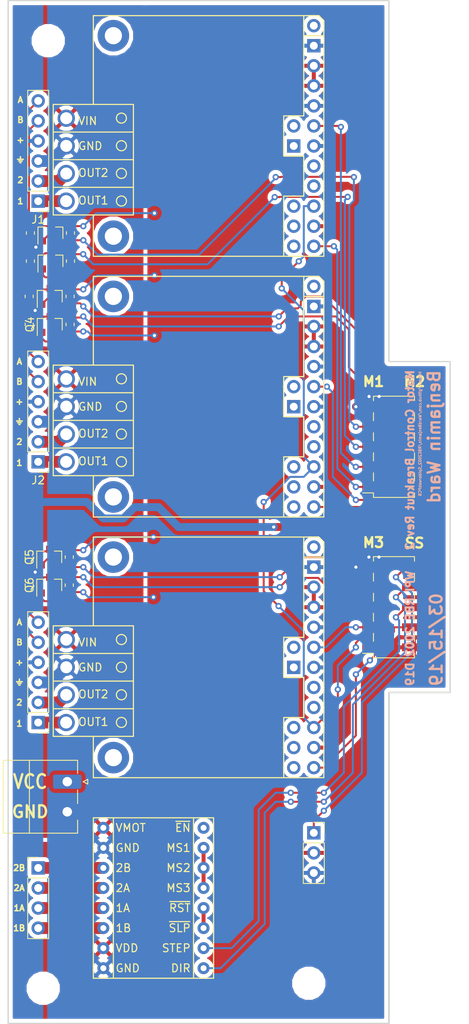
<source format=kicad_pcb>
(kicad_pcb (version 20171130) (host pcbnew "(5.0.2)-1")
  (layers (0 F.Cu signal) (31 B.Cu signal) (34 B.Paste user) (35 F.Paste user) (36 B.SilkS user hide) (37 F.SilkS user) (38 B.Mask user) (39 F.Mask user) (44 Edge.Cuts user))
  (net 0 "")
  (net 1 /MotorDriver1/B_IN)
  (net 2 +5V)
  (net 3 /M3_A)
  (net 4 +3V3)
  (net 5 /MotorDriver3/A_IN)
  (net 6 /M3_B)
  (net 7 /MotorDriver3/B_IN)
  (net 8 /M2_A)
  (net 9 /MotorDriver2/A_IN)
  (net 10 /M2_B)
  (net 11 /MotorDriver2/B_IN)
  (net 12 /M1_A)
  (net 13 /MotorDriver1/A_IN)
  (net 14 /M1_B)
  (net 15 VCC)
  (net 16 GND)
  (net 17 "Net-(U3-Pad1)")
  (net 18 "Net-(U3-Pad8)")
  (net 19 "Net-(U3-Pad9)")
  (net 20 /EN)
  (net 21 /M3_DIR)
  (net 22 "Net-(U3-Pad13)")
  (net 23 "Net-(U3-Pad14)")
  (net 24 "Net-(U3-Pad15)")
  (net 25 "Net-(U3-Pad16)")
  (net 26 "Net-(U3-Pad17)")
  (net 27 /MotorDriver3/OUT1)
  (net 28 /MotorDriver3/OUT2)
  (net 29 /MotorDriver2/OUT2)
  (net 30 /MotorDriver2/OUT1)
  (net 31 "Net-(U2-Pad17)")
  (net 32 "Net-(U2-Pad16)")
  (net 33 "Net-(U2-Pad15)")
  (net 34 "Net-(U2-Pad14)")
  (net 35 "Net-(U2-Pad13)")
  (net 36 /M2_DIR)
  (net 37 "Net-(U2-Pad9)")
  (net 38 "Net-(U2-Pad8)")
  (net 39 /M2_PWM)
  (net 40 "Net-(U2-Pad1)")
  (net 41 "Net-(U1-Pad1)")
  (net 42 /M1_PWM)
  (net 43 "Net-(U1-Pad8)")
  (net 44 "Net-(U1-Pad9)")
  (net 45 /M1_DIR)
  (net 46 "Net-(U1-Pad13)")
  (net 47 "Net-(U1-Pad14)")
  (net 48 "Net-(U1-Pad15)")
  (net 49 "Net-(U1-Pad16)")
  (net 50 "Net-(U1-Pad17)")
  (net 51 /MotorDriver1/OUT1)
  (net 52 /MotorDriver1/OUT2)
  (net 53 /StepperDriver1/2B)
  (net 54 /StepperDriver1/2A)
  (net 55 /StepperDriver1/1A)
  (net 56 /StepperDriver1/1B)
  (net 57 /STEP_DIR)
  (net 58 /STEP)
  (net 59 /StepperDriver1/~RST)
  (net 60 /StepperDriver1/MS1)
  (net 61 /StepperDriver1/~EN)
  (net 62 /SERVO)
  (net 63 /M3_PWM)
  (module RBE2002:A4983_md09b (layer F.Cu) (at 119.073326 153.21163)
    (fp_text reference U4 hide)
    (fp_text value A4983_md09b)
    (fp_text user ~EN (at -2.627381 0) (layer F.SilkS))
    (fp_text user MS1 (at -3.175 2.54) (layer F.SilkS))
    (fp_text user MS2 (at -3.175 5.08) (layer F.SilkS))
    (fp_text user MS3 (at -3.175 7.62) (layer F.SilkS))
    (fp_text user ~RST (at -3.008333 10.16) (layer F.SilkS))
    (fp_text user ~SLP (at -3.032143 12.7) (layer F.SilkS))
    (fp_text user STEP (at -3.460714 15.24) (layer F.SilkS))
    (fp_text user DIR (at -2.889285 17.78) (layer F.SilkS))
    (fp_text user GND (at -9.612381 17.78) (layer F.SilkS))
    (fp_text user VDD (at -9.707619 15.24) (layer F.SilkS))
    (fp_text user 1B (at -10.16 12.7) (layer F.SilkS))
    (fp_text user 1A (at -10.231428 10.16) (layer F.SilkS))
    (fp_text user 2A (at -10.231428 7.62) (layer F.SilkS))
    (fp_text user 2B (at -10.16 5.08) (layer F.SilkS))
    (fp_text user GND (at -9.612381 2.54) (layer F.SilkS))
    (fp_text user VMOT (at -9.231428 0) (layer F.SilkS))
    (pad 16 thru_hole circle (at 0 0) (size 1.524 1.524) (drill 0.762) (layers *.Cu *.Mask) (net 61 /StepperDriver1/~EN))
    (pad 15 thru_hole circle (at 0 2.54) (size 1.524 1.524) (drill 0.762) (layers *.Cu *.Mask) (net 60 /StepperDriver1/MS1))
    (pad 14 thru_hole circle (at 0 5.08) (size 1.524 1.524) (drill 0.762) (layers *.Cu *.Mask) (net 60 /StepperDriver1/MS1))
    (pad 13 thru_hole circle (at 0 7.62) (size 1.524 1.524) (drill 0.762) (layers *.Cu *.Mask) (net 60 /StepperDriver1/MS1))
    (pad 12 thru_hole circle (at 0 10.16) (size 1.524 1.524) (drill 0.762) (layers *.Cu *.Mask) (net 59 /StepperDriver1/~RST))
    (pad 11 thru_hole circle (at 0 12.7) (size 1.524 1.524) (drill 0.762) (layers *.Cu *.Mask) (net 59 /StepperDriver1/~RST))
    (pad 10 thru_hole circle (at 0 15.24) (size 1.524 1.524) (drill 0.762) (layers *.Cu *.Mask) (net 58 /STEP))
    (pad 9 thru_hole circle (at 0 17.78) (size 1.524 1.524) (drill 0.762) (layers *.Cu *.Mask) (net 57 /STEP_DIR))
    (pad 8 thru_hole circle (at -12.7 17.78) (size 1.524 1.524) (drill 0.762) (layers *.Cu *.Mask) (net 16 GND))
    (pad 7 thru_hole circle (at -12.7 15.24) (size 1.524 1.524) (drill 0.762) (layers *.Cu *.Mask) (net 4 +3V3))
    (pad 6 thru_hole circle (at -12.7 12.7) (size 1.524 1.524) (drill 0.762) (layers *.Cu *.Mask) (net 56 /StepperDriver1/1B))
    (pad 5 thru_hole circle (at -12.7 10.16) (size 1.524 1.524) (drill 0.762) (layers *.Cu *.Mask) (net 55 /StepperDriver1/1A))
    (pad 4 thru_hole circle (at -12.7 7.62) (size 1.524 1.524) (drill 0.762) (layers *.Cu *.Mask) (net 54 /StepperDriver1/2A))
    (pad 3 thru_hole circle (at -12.7 5.08) (size 1.524 1.524) (drill 0.762) (layers *.Cu *.Mask) (net 53 /StepperDriver1/2B))
    (pad 2 thru_hole circle (at -12.7 2.54) (size 1.524 1.524) (drill 0.762) (layers *.Cu *.Mask) (net 16 GND))
    (pad 1 thru_hole circle (at -12.7 0) (size 1.524 1.524) (drill 0.762) (layers *.Cu *.Mask) (net 15 VCC))
  )
  (module Connector_PinSocket_2.54mm:PinSocket_2x05_P2.54mm_Vertical_SMD (layer F.Cu) (at 143.203326 125.27163 180)
    (fp_text reference J7 hide)
    (fp_text value Conn_02x05_Odd_Even)
    (pad 1 smd rect (at 2.52 -5.08 180) (size 3 1) (layers F.Cu F.Paste F.Mask) (net 21 /M3_DIR))
    (pad 2 smd rect (at -2.52 -5.08 180) (size 3 1) (layers F.Cu F.Paste F.Mask) (net 4 +3V3))
    (pad 3 smd rect (at 2.52 -2.54 180) (size 3 1) (layers F.Cu F.Paste F.Mask) (net 63 /M3_PWM))
    (pad 4 smd rect (at -2.52 -2.54 180) (size 3 1) (layers F.Cu F.Paste F.Mask) (net 20 /EN))
    (pad 5 smd rect (at 2.52 0 180) (size 3 1) (layers F.Cu F.Paste F.Mask) (net 3 /M3_A))
    (pad 6 smd rect (at -2.52 0 180) (size 3 1) (layers F.Cu F.Paste F.Mask) (net 58 /STEP))
    (pad 7 smd rect (at 2.52 2.54 180) (size 3 1) (layers F.Cu F.Paste F.Mask) (net 6 /M3_B))
    (pad 8 smd rect (at -2.52 2.54 180) (size 3 1) (layers F.Cu F.Paste F.Mask) (net 57 /STEP_DIR))
    (pad 9 smd rect (at 2.52 5.08 180) (size 3 1) (layers F.Cu F.Paste F.Mask) (net 16 GND))
    (pad 10 smd rect (at -2.52 5.08 180) (size 3 1) (layers F.Cu F.Paste F.Mask) (net 62 /SERVO))
  )
  (module MountingHole:MountingHole_3.2mm_M3 (layer F.Cu) (at 98.753326 173.53163)
    (fp_text reference H3 hide)
    (fp_text value MountingHole)
    (pad 1 np_thru_hole circle (at 0 0) (size 3.2 3.2) (drill 3.2) (layers *.Cu *.Mask))
  )
  (module Connector_Phoenix_MC:PhoenixContact_MC_1,5_2-G-3.81_1x02_P3.81mm_Horizontal (layer F.Cu) (at 101.801326 147.36963 270)
    (fp_text reference J8 hide)
    (fp_text value Screw_Terminal_01x02)
    (pad 1 thru_hole roundrect (at 0 0 270) (size 1.8 3.6) (drill 1.2) (layers *.Cu *.Mask) (roundrect_rratio 0.138889) (net 15 VCC))
    (pad 2 thru_hole oval (at 3.81 0 270) (size 1.8 3.6) (drill 1.2) (layers *.Cu *.Mask) (net 16 GND))
  )
  (module RBE2002:MC33926_md10a (layer F.Cu) (at 133.043326 117.65163)
    (fp_text reference U3 hide)
    (fp_text value MC33926_md10a)
    (fp_text user OUT1 (at -27.94 22.1425) (layer F.SilkS))
    (fp_text user OUT2 (at -27.94 18.6425) (layer F.SilkS))
    (fp_text user GND (at -28.320953 15.24) (layer F.SilkS))
    (fp_text user VIN (at -28.654286 12.065) (layer F.SilkS))
    (pad 19 thru_hole circle (at -31.369 18.725) (size 2.2 2.2) (drill 1.52) (layers *.Cu *.Mask) (net 28 /MotorDriver3/OUT2))
    (pad 18 thru_hole circle (at -31.384 22.225) (size 2.2 2.2) (drill 1.52) (layers *.Cu *.Mask) (net 27 /MotorDriver3/OUT1))
    (pad "" thru_hole circle (at -25.4 1.27) (size 4 4) (drill 2.18) (layers *.Cu *.Mask))
    (pad "" thru_hole circle (at -25.4 26.67) (size 4 4) (drill 2.18) (layers *.Cu *.Mask))
    (pad 17 thru_hole oval (at -2.54 12.7) (size 1.7 1.7) (drill 1) (layers *.Cu *.Mask) (net 26 "Net-(U3-Pad17)"))
    (pad 16 thru_hole rect (at -2.54 15.24) (size 1.7 1.7) (drill 1) (layers *.Cu *.Mask) (net 25 "Net-(U3-Pad16)"))
    (pad 15 thru_hole oval (at -2.54 22.86) (size 1.7 1.7) (drill 1) (layers *.Cu *.Mask) (net 24 "Net-(U3-Pad15)"))
    (pad 14 thru_hole oval (at -2.54 25.4) (size 1.7 1.7) (drill 1) (layers *.Cu *.Mask) (net 23 "Net-(U3-Pad14)"))
    (pad 13 thru_hole oval (at -2.54 27.94) (size 1.7 1.7) (drill 1) (layers *.Cu *.Mask) (net 22 "Net-(U3-Pad13)"))
    (pad 12 thru_hole oval (at 0 27.94) (size 1.7 1.7) (drill 1) (layers *.Cu *.Mask) (net 21 /M3_DIR))
    (pad 11 thru_hole oval (at 0 25.4) (size 1.7 1.7) (drill 1) (layers *.Cu *.Mask) (net 4 +3V3))
    (pad 10 thru_hole oval (at 0 22.86) (size 1.7 1.7) (drill 1) (layers *.Cu *.Mask) (net 20 /EN))
    (pad 9 thru_hole oval (at 0 20.32) (size 1.7 1.7) (drill 1) (layers *.Cu *.Mask) (net 19 "Net-(U3-Pad9)"))
    (pad 8 thru_hole oval (at 0 17.78) (size 1.7 1.7) (drill 1) (layers *.Cu *.Mask) (net 18 "Net-(U3-Pad8)"))
    (pad 7 thru_hole oval (at 0 15.24) (size 1.7 1.7) (drill 1) (layers *.Cu *.Mask) (net 16 GND))
    (pad 6 thru_hole oval (at 0 12.7) (size 1.7 1.7) (drill 1) (layers *.Cu *.Mask) (net 63 /M3_PWM))
    (pad 5 thru_hole oval (at 0 10.16) (size 1.7 1.7) (drill 1) (layers *.Cu *.Mask) (net 16 GND))
    (pad 4 thru_hole oval (at 0 7.62) (size 1.7 1.7) (drill 1) (layers *.Cu *.Mask) (net 4 +3V3))
    (pad 3 thru_hole oval (at 0 5.08) (size 1.7 1.7) (drill 1) (layers *.Cu *.Mask) (net 4 +3V3))
    (pad 2 thru_hole rect (at 0 2.54) (size 1.7 1.7) (drill 1) (layers *.Cu *.Mask) (net 16 GND))
    (pad 1 thru_hole oval (at 0 0) (size 1.7 1.7) (drill 1) (layers *.Cu *.Mask) (net 17 "Net-(U3-Pad1)"))
    (pad 20 thru_hole circle (at -31.369 15.225) (size 2.2 2.2) (drill 1.52) (layers *.Cu *.Mask) (net 16 GND))
    (pad 21 thru_hole circle (at -31.369 11.725) (size 2.2 2.2) (drill 1.52) (layers *.Cu *.Mask) (net 15 VCC))
  )
  (module RBE2002:MC33926_md10a (layer F.Cu) (at 133.043326 84.63163)
    (fp_text reference U2 hide)
    (fp_text value MC33926_md10a)
    (fp_text user OUT1 (at -27.94 22.1425) (layer F.SilkS))
    (fp_text user OUT2 (at -27.94 18.6425) (layer F.SilkS))
    (fp_text user GND (at -28.320953 15.24) (layer F.SilkS))
    (fp_text user VIN (at -28.654286 12.065) (layer F.SilkS))
    (pad 19 thru_hole circle (at -31.369 18.725) (size 2.2 2.2) (drill 1.52) (layers *.Cu *.Mask) (net 29 /MotorDriver2/OUT2))
    (pad 18 thru_hole circle (at -31.384 22.225) (size 2.2 2.2) (drill 1.52) (layers *.Cu *.Mask) (net 30 /MotorDriver2/OUT1))
    (pad "" thru_hole circle (at -25.4 1.27) (size 4 4) (drill 2.18) (layers *.Cu *.Mask))
    (pad "" thru_hole circle (at -25.4 26.67) (size 4 4) (drill 2.18) (layers *.Cu *.Mask))
    (pad 17 thru_hole oval (at -2.54 12.7) (size 1.7 1.7) (drill 1) (layers *.Cu *.Mask) (net 31 "Net-(U2-Pad17)"))
    (pad 16 thru_hole rect (at -2.54 15.24) (size 1.7 1.7) (drill 1) (layers *.Cu *.Mask) (net 32 "Net-(U2-Pad16)"))
    (pad 15 thru_hole oval (at -2.54 22.86) (size 1.7 1.7) (drill 1) (layers *.Cu *.Mask) (net 33 "Net-(U2-Pad15)"))
    (pad 14 thru_hole oval (at -2.54 25.4) (size 1.7 1.7) (drill 1) (layers *.Cu *.Mask) (net 34 "Net-(U2-Pad14)"))
    (pad 13 thru_hole oval (at -2.54 27.94) (size 1.7 1.7) (drill 1) (layers *.Cu *.Mask) (net 35 "Net-(U2-Pad13)"))
    (pad 12 thru_hole oval (at 0 27.94) (size 1.7 1.7) (drill 1) (layers *.Cu *.Mask) (net 36 /M2_DIR))
    (pad 11 thru_hole oval (at 0 25.4) (size 1.7 1.7) (drill 1) (layers *.Cu *.Mask) (net 4 +3V3))
    (pad 10 thru_hole oval (at 0 22.86) (size 1.7 1.7) (drill 1) (layers *.Cu *.Mask) (net 20 /EN))
    (pad 9 thru_hole oval (at 0 20.32) (size 1.7 1.7) (drill 1) (layers *.Cu *.Mask) (net 37 "Net-(U2-Pad9)"))
    (pad 8 thru_hole oval (at 0 17.78) (size 1.7 1.7) (drill 1) (layers *.Cu *.Mask) (net 38 "Net-(U2-Pad8)"))
    (pad 7 thru_hole oval (at 0 15.24) (size 1.7 1.7) (drill 1) (layers *.Cu *.Mask) (net 16 GND))
    (pad 6 thru_hole oval (at 0 12.7) (size 1.7 1.7) (drill 1) (layers *.Cu *.Mask) (net 39 /M2_PWM))
    (pad 5 thru_hole oval (at 0 10.16) (size 1.7 1.7) (drill 1) (layers *.Cu *.Mask) (net 16 GND))
    (pad 4 thru_hole oval (at 0 7.62) (size 1.7 1.7) (drill 1) (layers *.Cu *.Mask) (net 4 +3V3))
    (pad 3 thru_hole oval (at 0 5.08) (size 1.7 1.7) (drill 1) (layers *.Cu *.Mask) (net 4 +3V3))
    (pad 2 thru_hole rect (at 0 2.54) (size 1.7 1.7) (drill 1) (layers *.Cu *.Mask) (net 16 GND))
    (pad 1 thru_hole oval (at 0 0) (size 1.7 1.7) (drill 1) (layers *.Cu *.Mask) (net 40 "Net-(U2-Pad1)"))
    (pad 20 thru_hole circle (at -31.369 15.225) (size 2.2 2.2) (drill 1.52) (layers *.Cu *.Mask) (net 16 GND))
    (pad 21 thru_hole circle (at -31.369 11.725) (size 2.2 2.2) (drill 1.52) (layers *.Cu *.Mask) (net 15 VCC))
  )
  (module RBE2002:MC33926_md10a (layer F.Cu) (at 133.043326 51.61163)
    (fp_text reference U1 hide)
    (fp_text value MC33926_md10a)
    (fp_text user OUT1 (at -27.94 22.1425) (layer F.SilkS))
    (fp_text user OUT2 (at -27.94 18.6425) (layer F.SilkS))
    (fp_text user GND (at -28.320953 15.24) (layer F.SilkS))
    (fp_text user VIN (at -28.654286 12.065) (layer F.SilkS))
    (pad 19 thru_hole circle (at -31.369 18.725) (size 2.2 2.2) (drill 1.52) (layers *.Cu *.Mask) (net 52 /MotorDriver1/OUT2))
    (pad 18 thru_hole circle (at -31.384 22.225) (size 2.2 2.2) (drill 1.52) (layers *.Cu *.Mask) (net 51 /MotorDriver1/OUT1))
    (pad "" thru_hole circle (at -25.4 1.27) (size 4 4) (drill 2.18) (layers *.Cu *.Mask))
    (pad "" thru_hole circle (at -25.4 26.67) (size 4 4) (drill 2.18) (layers *.Cu *.Mask))
    (pad 17 thru_hole oval (at -2.54 12.7) (size 1.7 1.7) (drill 1) (layers *.Cu *.Mask) (net 50 "Net-(U1-Pad17)"))
    (pad 16 thru_hole rect (at -2.54 15.24) (size 1.7 1.7) (drill 1) (layers *.Cu *.Mask) (net 49 "Net-(U1-Pad16)"))
    (pad 15 thru_hole oval (at -2.54 22.86) (size 1.7 1.7) (drill 1) (layers *.Cu *.Mask) (net 48 "Net-(U1-Pad15)"))
    (pad 14 thru_hole oval (at -2.54 25.4) (size 1.7 1.7) (drill 1) (layers *.Cu *.Mask) (net 47 "Net-(U1-Pad14)"))
    (pad 13 thru_hole oval (at -2.54 27.94) (size 1.7 1.7) (drill 1) (layers *.Cu *.Mask) (net 46 "Net-(U1-Pad13)"))
    (pad 12 thru_hole oval (at 0 27.94) (size 1.7 1.7) (drill 1) (layers *.Cu *.Mask) (net 45 /M1_DIR))
    (pad 11 thru_hole oval (at 0 25.4) (size 1.7 1.7) (drill 1) (layers *.Cu *.Mask) (net 4 +3V3))
    (pad 10 thru_hole oval (at 0 22.86) (size 1.7 1.7) (drill 1) (layers *.Cu *.Mask) (net 20 /EN))
    (pad 9 thru_hole oval (at 0 20.32) (size 1.7 1.7) (drill 1) (layers *.Cu *.Mask) (net 44 "Net-(U1-Pad9)"))
    (pad 8 thru_hole oval (at 0 17.78) (size 1.7 1.7) (drill 1) (layers *.Cu *.Mask) (net 43 "Net-(U1-Pad8)"))
    (pad 7 thru_hole oval (at 0 15.24) (size 1.7 1.7) (drill 1) (layers *.Cu *.Mask) (net 16 GND))
    (pad 6 thru_hole oval (at 0 12.7) (size 1.7 1.7) (drill 1) (layers *.Cu *.Mask) (net 42 /M1_PWM))
    (pad 5 thru_hole oval (at 0 10.16) (size 1.7 1.7) (drill 1) (layers *.Cu *.Mask) (net 16 GND))
    (pad 4 thru_hole oval (at 0 7.62) (size 1.7 1.7) (drill 1) (layers *.Cu *.Mask) (net 4 +3V3))
    (pad 3 thru_hole oval (at 0 5.08) (size 1.7 1.7) (drill 1) (layers *.Cu *.Mask) (net 4 +3V3))
    (pad 2 thru_hole rect (at 0 2.54) (size 1.7 1.7) (drill 1) (layers *.Cu *.Mask) (net 16 GND))
    (pad 1 thru_hole oval (at 0 0) (size 1.7 1.7) (drill 1) (layers *.Cu *.Mask) (net 41 "Net-(U1-Pad1)"))
    (pad 20 thru_hole circle (at -31.369 15.225) (size 2.2 2.2) (drill 1.52) (layers *.Cu *.Mask) (net 16 GND))
    (pad 21 thru_hole circle (at -31.369 11.725) (size 2.2 2.2) (drill 1.52) (layers *.Cu *.Mask) (net 15 VCC))
  )
  (module Connector_PinHeader_2.54mm:PinHeader_1x04_P2.54mm_Vertical (layer F.Cu) (at 98.118326 158.29163)
    (fp_text reference J4 hide)
    (fp_text value Conn_01x04_Male)
    (pad 1 thru_hole rect (at 0 0) (size 1.7 1.7) (drill 1) (layers *.Cu *.Mask) (net 53 /StepperDriver1/2B))
    (pad 2 thru_hole oval (at 0 2.54) (size 1.7 1.7) (drill 1) (layers *.Cu *.Mask) (net 54 /StepperDriver1/2A))
    (pad 3 thru_hole oval (at 0 5.08) (size 1.7 1.7) (drill 1) (layers *.Cu *.Mask) (net 55 /StepperDriver1/1A))
    (pad 4 thru_hole oval (at 0 7.62) (size 1.7 1.7) (drill 1) (layers *.Cu *.Mask) (net 56 /StepperDriver1/1B))
  )
  (module Connector_PinHeader_2.54mm:PinHeader_1x06_P2.54mm_Vertical (layer F.Cu) (at 98.118326 73.83663 180)
    (fp_text reference J1 (at 0 -2.33 180) (layer F.SilkS))
    (fp_text value Conn_01x06_Male)
    (pad 1 thru_hole rect (at 0 0 180) (size 1.7 1.7) (drill 1) (layers *.Cu *.Mask) (net 51 /MotorDriver1/OUT1))
    (pad 2 thru_hole oval (at 0 2.54 180) (size 1.7 1.7) (drill 1) (layers *.Cu *.Mask) (net 52 /MotorDriver1/OUT2))
    (pad 3 thru_hole oval (at 0 5.08 180) (size 1.7 1.7) (drill 1) (layers *.Cu *.Mask) (net 16 GND))
    (pad 4 thru_hole oval (at 0 7.62 180) (size 1.7 1.7) (drill 1) (layers *.Cu *.Mask) (net 2 +5V))
    (pad 5 thru_hole oval (at 0 10.16 180) (size 1.7 1.7) (drill 1) (layers *.Cu *.Mask) (net 1 /MotorDriver1/B_IN))
    (pad 6 thru_hole oval (at 0 12.7 180) (size 1.7 1.7) (drill 1) (layers *.Cu *.Mask) (net 13 /MotorDriver1/A_IN))
  )
  (module Connector_PinHeader_2.54mm:PinHeader_1x06_P2.54mm_Vertical (layer F.Cu) (at 98.118326 106.85663 180)
    (fp_text reference J2 (at 0 -2.33 180) (layer F.SilkS))
    (fp_text value Conn_01x06_Male)
    (pad 6 thru_hole oval (at 0 12.7 180) (size 1.7 1.7) (drill 1) (layers *.Cu *.Mask) (net 9 /MotorDriver2/A_IN))
    (pad 5 thru_hole oval (at 0 10.16 180) (size 1.7 1.7) (drill 1) (layers *.Cu *.Mask) (net 11 /MotorDriver2/B_IN))
    (pad 4 thru_hole oval (at 0 7.62 180) (size 1.7 1.7) (drill 1) (layers *.Cu *.Mask) (net 2 +5V))
    (pad 3 thru_hole oval (at 0 5.08 180) (size 1.7 1.7) (drill 1) (layers *.Cu *.Mask) (net 16 GND))
    (pad 2 thru_hole oval (at 0 2.54 180) (size 1.7 1.7) (drill 1) (layers *.Cu *.Mask) (net 29 /MotorDriver2/OUT2))
    (pad 1 thru_hole rect (at 0 0 180) (size 1.7 1.7) (drill 1) (layers *.Cu *.Mask) (net 30 /MotorDriver2/OUT1))
  )
  (module Connector_PinHeader_2.54mm:PinHeader_1x06_P2.54mm_Vertical (layer F.Cu) (at 98.118326 139.87663 180)
    (fp_text reference J3 hide)
    (fp_text value Conn_01x06_Male)
    (pad 1 thru_hole rect (at 0 0 180) (size 1.7 1.7) (drill 1) (layers *.Cu *.Mask) (net 27 /MotorDriver3/OUT1))
    (pad 2 thru_hole oval (at 0 2.54 180) (size 1.7 1.7) (drill 1) (layers *.Cu *.Mask) (net 28 /MotorDriver3/OUT2))
    (pad 3 thru_hole oval (at 0 5.08 180) (size 1.7 1.7) (drill 1) (layers *.Cu *.Mask) (net 16 GND))
    (pad 4 thru_hole oval (at 0 7.62 180) (size 1.7 1.7) (drill 1) (layers *.Cu *.Mask) (net 2 +5V))
    (pad 5 thru_hole oval (at 0 10.16 180) (size 1.7 1.7) (drill 1) (layers *.Cu *.Mask) (net 7 /MotorDriver3/B_IN))
    (pad 6 thru_hole oval (at 0 12.7 180) (size 1.7 1.7) (drill 1) (layers *.Cu *.Mask) (net 5 /MotorDriver3/A_IN))
  )
  (module Connector_PinSocket_2.54mm:PinSocket_1x03_P2.54mm_Vertical (layer F.Cu) (at 133.043326 153.84663)
    (fp_text reference J5 hide)
    (fp_text value Conn_01x03_Female)
    (pad 3 thru_hole oval (at 0 5.08) (size 1.7 1.7) (drill 1) (layers *.Cu *.Mask) (net 16 GND))
    (pad 2 thru_hole oval (at 0 2.54) (size 1.7 1.7) (drill 1) (layers *.Cu *.Mask) (net 4 +3V3))
    (pad 1 thru_hole rect (at 0 0) (size 1.7 1.7) (drill 1) (layers *.Cu *.Mask) (net 62 /SERVO))
  )
  (module Connector_PinSocket_2.54mm:PinSocket_2x05_P2.54mm_Vertical_SMD (layer F.Cu) (at 143.203326 104.95163 180)
    (fp_text reference J6 hide)
    (fp_text value Conn_02x05_Odd_Even)
    (pad 10 smd rect (at -2.52 5.08 180) (size 3 1) (layers F.Cu F.Paste F.Mask) (net 10 /M2_B))
    (pad 9 smd rect (at 2.52 5.08 180) (size 3 1) (layers F.Cu F.Paste F.Mask) (net 16 GND))
    (pad 8 smd rect (at -2.52 2.54 180) (size 3 1) (layers F.Cu F.Paste F.Mask) (net 8 /M2_A))
    (pad 7 smd rect (at 2.52 2.54 180) (size 3 1) (layers F.Cu F.Paste F.Mask) (net 14 /M1_B))
    (pad 6 smd rect (at -2.52 0 180) (size 3 1) (layers F.Cu F.Paste F.Mask) (net 39 /M2_PWM))
    (pad 5 smd rect (at 2.52 0 180) (size 3 1) (layers F.Cu F.Paste F.Mask) (net 12 /M1_A))
    (pad 4 smd rect (at -2.52 -2.54 180) (size 3 1) (layers F.Cu F.Paste F.Mask) (net 36 /M2_DIR))
    (pad 3 smd rect (at 2.52 -2.54 180) (size 3 1) (layers F.Cu F.Paste F.Mask) (net 42 /M1_PWM))
    (pad 2 smd rect (at -2.52 -5.08 180) (size 3 1) (layers F.Cu F.Paste F.Mask) (net 2 +5V))
    (pad 1 smd rect (at 2.52 -5.08 180) (size 3 1) (layers F.Cu F.Paste F.Mask) (net 45 /M1_DIR))
  )
  (module MountingHole:MountingHole_3.2mm_M3 (layer F.Cu) (at 132.408326 172.89663)
    (fp_text reference H2 hide)
    (fp_text value MountingHole)
    (pad 1 np_thru_hole circle (at 0 0) (size 3.2 3.2) (drill 3.2) (layers *.Cu *.Mask))
  )
  (module MountingHole:MountingHole_3.2mm_M3 (layer F.Cu) (at 99.388326 53.51663)
    (fp_text reference H1 hide)
    (fp_text value MountingHole)
    (pad 1 np_thru_hole circle (at 0 0) (size 3.2 3.2) (drill 3.2) (layers *.Cu *.Mask))
  )
  (module Package_TO_SOT_SMD:SOT-23 (layer F.Cu) (at 99.667726 77.87523 90)
    (fp_text reference Q1 hide)
    (fp_text value BSS138)
    (pad 3 smd rect (at 1 0 90) (size 0.9 0.8) (layers F.Cu F.Paste F.Mask) (net 1 /MotorDriver1/B_IN))
    (pad 2 smd rect (at -1 0.95 90) (size 0.9 0.8) (layers F.Cu F.Paste F.Mask) (net 14 /M1_B))
    (pad 1 smd rect (at -1 -0.95 90) (size 0.9 0.8) (layers F.Cu F.Paste F.Mask) (net 4 +3V3))
  )
  (module Package_TO_SOT_SMD:SOT-23 (layer F.Cu) (at 99.667726 81.43123 90)
    (fp_text reference Q2 hide)
    (fp_text value BSS138)
    (pad 1 smd rect (at -1 -0.95 90) (size 0.9 0.8) (layers F.Cu F.Paste F.Mask) (net 4 +3V3))
    (pad 2 smd rect (at -1 0.95 90) (size 0.9 0.8) (layers F.Cu F.Paste F.Mask) (net 12 /M1_A))
    (pad 3 smd rect (at 1 0 90) (size 0.9 0.8) (layers F.Cu F.Paste F.Mask) (net 13 /MotorDriver1/A_IN))
  )
  (module Package_TO_SOT_SMD:SOT-23 (layer F.Cu) (at 99.578826 85.90163 90)
    (fp_text reference Q3 hide)
    (fp_text value BSS138)
    (pad 3 smd rect (at 1 0 90) (size 0.9 0.8) (layers F.Cu F.Paste F.Mask) (net 11 /MotorDriver2/B_IN))
    (pad 2 smd rect (at -1 0.95 90) (size 0.9 0.8) (layers F.Cu F.Paste F.Mask) (net 10 /M2_B))
    (pad 1 smd rect (at -1 -0.95 90) (size 0.9 0.8) (layers F.Cu F.Paste F.Mask) (net 4 +3V3))
  )
  (module Package_TO_SOT_SMD:SOT-23 (layer F.Cu) (at 99.578826 89.45763 90)
    (fp_text reference Q4 (at 0 -2.5 90) (layer F.SilkS))
    (fp_text value BSS138)
    (pad 1 smd rect (at -1 -0.95 90) (size 0.9 0.8) (layers F.Cu F.Paste F.Mask) (net 4 +3V3))
    (pad 2 smd rect (at -1 0.95 90) (size 0.9 0.8) (layers F.Cu F.Paste F.Mask) (net 8 /M2_A))
    (pad 3 smd rect (at 1 0 90) (size 0.9 0.8) (layers F.Cu F.Paste F.Mask) (net 9 /MotorDriver2/A_IN))
  )
  (module Package_TO_SOT_SMD:SOT-23 (layer F.Cu) (at 99.515326 118.92163 90)
    (fp_text reference Q5 (at 0 -2.5 90) (layer F.SilkS))
    (fp_text value BSS138)
    (pad 3 smd rect (at 1 0 90) (size 0.9 0.8) (layers F.Cu F.Paste F.Mask) (net 7 /MotorDriver3/B_IN))
    (pad 2 smd rect (at -1 0.95 90) (size 0.9 0.8) (layers F.Cu F.Paste F.Mask) (net 6 /M3_B))
    (pad 1 smd rect (at -1 -0.95 90) (size 0.9 0.8) (layers F.Cu F.Paste F.Mask) (net 4 +3V3))
  )
  (module Package_TO_SOT_SMD:SOT-23 (layer F.Cu) (at 99.515326 122.47763 90)
    (fp_text reference Q6 (at 0 -2.5 90) (layer F.SilkS))
    (fp_text value BSS138)
    (pad 1 smd rect (at -1 -0.95 90) (size 0.9 0.8) (layers F.Cu F.Paste F.Mask) (net 4 +3V3))
    (pad 2 smd rect (at -1 0.95 90) (size 0.9 0.8) (layers F.Cu F.Paste F.Mask) (net 3 /M3_A))
    (pad 3 smd rect (at 1 0 90) (size 0.9 0.8) (layers F.Cu F.Paste F.Mask) (net 5 /MotorDriver3/A_IN))
  )
  (module Resistor_SMD:R_0603_1608Metric_Pad1.05x0.95mm_HandSolder (layer F.Cu) (at 102.055326 122.47763 90)
    (fp_text reference R12 hide)
    (fp_text value 10k)
    (pad 2 smd roundrect (at 0.875 0 90) (size 1.05 0.95) (layers F.Cu F.Paste F.Mask) (net 3 /M3_A))
    (pad 1 smd roundrect (at -0.875 0 90) (size 1.05 0.95) (layers F.Cu F.Paste F.Mask) (net 4 +3V3))
  )
  (module Resistor_SMD:R_0603_1608Metric_Pad1.05x0.95mm_HandSolder (layer F.Cu) (at 102.055326 118.92163 270)
    (fp_text reference R11 hide)
    (fp_text value 10k)
    (pad 1 smd roundrect (at -0.875 0 270) (size 1.05 0.95) (layers F.Cu F.Paste F.Mask) (net 4 +3V3))
    (pad 2 smd roundrect (at 0.875 0 270) (size 1.05 0.95) (layers F.Cu F.Paste F.Mask) (net 6 /M3_B))
  )
  (module Resistor_SMD:R_0603_1608Metric_Pad1.05x0.95mm_HandSolder (layer F.Cu) (at 96.975326 122.47763 90)
    (fp_text reference R10 hide)
    (fp_text value 10k)
    (pad 2 smd roundrect (at 0.875 0 90) (size 1.05 0.95) (layers F.Cu F.Paste F.Mask) (net 2 +5V))
    (pad 1 smd roundrect (at -0.875 0 90) (size 1.05 0.95) (layers F.Cu F.Paste F.Mask) (net 5 /MotorDriver3/A_IN))
  )
  (module Resistor_SMD:R_0603_1608Metric_Pad1.05x0.95mm_HandSolder (layer F.Cu) (at 102.156926 89.45763 90)
    (fp_text reference R8 hide)
    (fp_text value 10k)
    (pad 1 smd roundrect (at -0.875 0 90) (size 1.05 0.95) (layers F.Cu F.Paste F.Mask) (net 4 +3V3))
    (pad 2 smd roundrect (at 0.875 0 90) (size 1.05 0.95) (layers F.Cu F.Paste F.Mask) (net 8 /M2_A))
  )
  (module Resistor_SMD:R_0603_1608Metric_Pad1.05x0.95mm_HandSolder (layer F.Cu) (at 102.156926 85.90163 270)
    (fp_text reference R7 hide)
    (fp_text value 10k)
    (pad 2 smd roundrect (at 0.875 0 270) (size 1.05 0.95) (layers F.Cu F.Paste F.Mask) (net 10 /M2_B))
    (pad 1 smd roundrect (at -0.875 0 270) (size 1.05 0.95) (layers F.Cu F.Paste F.Mask) (net 4 +3V3))
  )
  (module Resistor_SMD:R_0603_1608Metric_Pad1.05x0.95mm_HandSolder (layer F.Cu) (at 96.975326 89.45763 90)
    (fp_text reference R6 hide)
    (fp_text value 10k)
    (pad 1 smd roundrect (at -0.875 0 90) (size 1.05 0.95) (layers F.Cu F.Paste F.Mask) (net 9 /MotorDriver2/A_IN))
    (pad 2 smd roundrect (at 0.875 0 90) (size 1.05 0.95) (layers F.Cu F.Paste F.Mask) (net 2 +5V))
  )
  (module Resistor_SMD:R_0603_1608Metric_Pad1.05x0.95mm_HandSolder (layer F.Cu) (at 96.975326 85.90163 270)
    (fp_text reference R5 hide)
    (fp_text value 10k)
    (pad 2 smd roundrect (at 0.875 0 270) (size 1.05 0.95) (layers F.Cu F.Paste F.Mask) (net 2 +5V))
    (pad 1 smd roundrect (at -0.875 0 270) (size 1.05 0.95) (layers F.Cu F.Paste F.Mask) (net 11 /MotorDriver2/B_IN))
  )
  (module Resistor_SMD:R_0603_1608Metric_Pad1.05x0.95mm_HandSolder (layer F.Cu) (at 102.207726 81.43123 90)
    (fp_text reference R4 hide)
    (fp_text value 10k)
    (pad 1 smd roundrect (at -0.875 0 90) (size 1.05 0.95) (layers F.Cu F.Paste F.Mask) (net 4 +3V3))
    (pad 2 smd roundrect (at 0.875 0 90) (size 1.05 0.95) (layers F.Cu F.Paste F.Mask) (net 12 /M1_A))
  )
  (module Resistor_SMD:R_0603_1608Metric_Pad1.05x0.95mm_HandSolder (layer F.Cu) (at 102.207726 77.87523 270)
    (fp_text reference R3 hide)
    (fp_text value 10k)
    (pad 2 smd roundrect (at 0.875 0 270) (size 1.05 0.95) (layers F.Cu F.Paste F.Mask) (net 14 /M1_B))
    (pad 1 smd roundrect (at -0.875 0 270) (size 1.05 0.95) (layers F.Cu F.Paste F.Mask) (net 4 +3V3))
  )
  (module Resistor_SMD:R_0603_1608Metric_Pad1.05x0.95mm_HandSolder (layer F.Cu) (at 97.127726 81.43123 90)
    (fp_text reference R2 hide)
    (fp_text value 10k)
    (pad 1 smd roundrect (at -0.875 0 90) (size 1.05 0.95) (layers F.Cu F.Paste F.Mask) (net 13 /MotorDriver1/A_IN))
    (pad 2 smd roundrect (at 0.875 0 90) (size 1.05 0.95) (layers F.Cu F.Paste F.Mask) (net 2 +5V))
  )
  (module Resistor_SMD:R_0603_1608Metric_Pad1.05x0.95mm_HandSolder (layer F.Cu) (at 97.127726 77.87523 270)
    (fp_text reference R1 hide)
    (fp_text value 10k)
    (pad 2 smd roundrect (at 0.875 0 270) (size 1.05 0.95) (layers F.Cu F.Paste F.Mask) (net 2 +5V))
    (pad 1 smd roundrect (at -0.875 0 270) (size 1.05 0.95) (layers F.Cu F.Paste F.Mask) (net 1 /MotorDriver1/B_IN))
  )
  (module Resistor_SMD:R_0603_1608Metric_Pad1.05x0.95mm_HandSolder (layer F.Cu) (at 96.975326 119.06263 270)
    (fp_text reference R9 hide)
    (fp_text value 10k)
    (pad 1 smd roundrect (at -0.875 0 270) (size 1.05 0.95) (layers F.Cu F.Paste F.Mask) (net 7 /MotorDriver3/B_IN))
    (pad 2 smd roundrect (at 0.875 0 270) (size 1.05 0.95) (layers F.Cu F.Paste F.Mask) (net 2 +5V))
  )
  (gr_text "WPI RBE 2002 D19" (at 145.235326 127.93863 90) (layer B.SilkS) (effects (font (size 1 1) (thickness 0.25)) (justify mirror)))
  (gr_text https://github.com/WardBenjamin/RBE2002_SpiderwebPCB (at 146.505326 103.30063 90) (layer B.SilkS) (effects (font (size 0.35 0.35) (thickness 0.0875)) (justify mirror)))
  (gr_text 03/15/19 (at 148.562726 129.37373 90) (layer B.SilkS) (effects (font (size 1.5 1.5) (thickness 0.3)) (justify mirror)))
  (gr_text "Motor Control Breakout Rev 2" (at 145.235326 106.644726 90) (layer B.SilkS) (effects (font (size 1 1) (thickness 0.25)) (justify mirror)))
  (gr_text "Benjamin Ward" (at 148.283326 103.68163 90) (layer B.SilkS) (effects (font (size 1.5 1.5) (thickness 0.3)) (justify mirror)))
  (gr_text SS (at 145.806826 117.14363) (layer F.SilkS) (effects (font (size 1.25 1.25) (thickness 0.3))))
  (gr_text M3 (at 140.612526 117.08013) (layer F.SilkS) (effects (font (size 1.25 1.25) (thickness 0.3))))
  (gr_text M2 (at 145.806826 96.69663) (layer F.SilkS) (effects (font (size 1.25 1.25) (thickness 0.3))))
  (gr_text M1 (at 140.612526 96.69663) (layer F.SilkS) (effects (font (size 1.25 1.25) (thickness 0.3))))
  (gr_text GND (at 97.102326 151.17963) (layer F.SilkS) (effects (font (size 1.5 1.5) (thickness 0.3))))
  (gr_text VCC (at 97.102326 147.36963) (layer F.SilkS) (effects (font (size 1.75 1.5) (thickness 0.3))))
  (gr_text 2B (at 95.705326 158.29163) (layer F.SilkS) (effects (font (size 0.75 0.75) (thickness 0.1875))))
  (gr_text 2A (at 95.705326 160.83163) (layer F.SilkS) (effects (font (size 0.75 0.75) (thickness 0.1875))))
  (gr_text 1A (at 95.705326 163.37163) (layer F.SilkS) (effects (font (size 0.75 0.75) (thickness 0.1875))))
  (gr_text 1B (at 95.705326 165.91163) (layer F.SilkS) (effects (font (size 0.75 0.75) (thickness 0.1875))))
  (gr_text 2 (at 95.86404 71.16963) (layer F.SilkS) (effects (font (size 0.75 0.75) (thickness 0.1875))))
  (gr_text B (at 95.86404 63.54963) (layer F.SilkS) (effects (font (size 0.75 0.75) (thickness 0.1875))))
  (gr_text + (at 95.86404 66.08963) (layer F.SilkS) (effects (font (size 0.75 0.75) (thickness 0.1875))))
  (gr_text ⏚ (at 95.86404 68.62963) (layer F.SilkS) (effects (font (size 0.75 0.75) (thickness 0.1875))))
  (gr_text A (at 95.86404 61.00963) (layer F.SilkS) (effects (font (size 0.75 0.75) (thickness 0.1875))))
  (gr_text 1 (at 95.86404 73.83663) (layer F.SilkS) (effects (font (size 0.75 0.75) (thickness 0.1875))))
  (gr_text 2 (at 95.73704 137.33663) (layer F.SilkS) (effects (font (size 0.75 0.75) (thickness 0.1875))))
  (gr_text B (at 95.73704 129.71663) (layer F.SilkS) (effects (font (size 0.75 0.75) (thickness 0.1875))))
  (gr_text + (at 95.73704 132.25663) (layer F.SilkS) (effects (font (size 0.75 0.75) (thickness 0.1875))))
  (gr_text ⏚ (at 95.73704 134.79663) (layer F.SilkS) (effects (font (size 0.75 0.75) (thickness 0.1875))))
  (gr_text A (at 95.73704 127.17663) (layer F.SilkS) (effects (font (size 0.75 0.75) (thickness 0.1875))))
  (gr_text 1 (at 95.73704 140.00363) (layer F.SilkS) (effects (font (size 0.75 0.75) (thickness 0.1875))))
  (gr_text A (at 95.73704 94.15663) (layer F.SilkS) (effects (font (size 0.75 0.75) (thickness 0.1875))))
  (gr_text B (at 95.73704 96.69663) (layer F.SilkS) (effects (font (size 0.75 0.75) (thickness 0.1875))))
  (gr_text + (at 95.73704 99.23663) (layer F.SilkS) (effects (font (size 0.75 0.75) (thickness 0.1875))))
  (gr_text ⏚ (at 95.73704 101.77663) (layer F.SilkS) (effects (font (size 0.75 0.75) (thickness 0.1875))))
  (gr_text 2 (at 95.73704 104.31663) (layer F.SilkS) (effects (font (size 0.75 0.75) (thickness 0.1875))))
  (gr_text 1 (at 95.73704 106.98363) (layer F.SilkS) (effects (font (size 0.75 0.75) (thickness 0.1875))))
  (gr_line (start 142.568326 94.15663) (end 142.568326 48.43663) (layer Edge.Cuts) (width 0.15))
  (gr_line (start 142.568326 94.15663) (end 150.315326 94.15663) (layer Edge.Cuts) (width 0.15))
  (gr_line (start 142.568326 136.06663) (end 150.315326 136.06663) (layer Edge.Cuts) (width 0.2))
  (gr_line (start 142.568326 136.06663) (end 142.568326 177.97663) (layer Edge.Cuts) (width 0.2))
  (gr_line (start 94.308326 177.97663) (end 142.568326 177.97663) (layer Edge.Cuts) (width 0.15))
  (gr_line (start 94.308326 48.43663) (end 94.308326 177.97663) (layer Edge.Cuts) (width 0.15))
  (gr_line (start 150.315326 94.15663) (end 150.315326 136.06663) (layer Edge.Cuts) (width 0.15))
  (gr_line (start 94.308326 48.43663) (end 142.568326 48.43663) (layer Edge.Cuts) (width 0.15))
  (segment (start 99.542726 77.00023) (end 99.667726 76.87523) (width 0.25) (layer F.Cu) (net 1))
  (segment (start 97.127726 77.00023) (end 99.542726 77.00023) (width 0.25) (layer F.Cu) (net 1))
  (segment (start 97.268327 64.526629) (end 98.118326 63.67663) (width 0.25) (layer F.Cu) (net 1))
  (segment (start 96.943325 64.851631) (end 97.268327 64.526629) (width 0.25) (layer F.Cu) (net 1))
  (segment (start 96.943325 76.190829) (end 96.943325 64.851631) (width 0.25) (layer F.Cu) (net 1))
  (segment (start 97.127726 76.37523) (end 96.943325 76.190829) (width 0.25) (layer F.Cu) (net 1))
  (segment (start 97.127726 77.00023) (end 97.127726 76.37523) (width 0.25) (layer F.Cu) (net 1))
  (segment (start 96.975326 120.82663) (end 97.737326 120.82663) (width 0.25) (layer F.Cu) (net 2))
  (segment (start 96.975326 120.82663) (end 96.975326 121.60263) (width 0.25) (layer F.Cu) (net 2))
  (segment (start 96.975326 119.93763) (end 96.975326 120.82663) (width 0.25) (layer F.Cu) (net 2))
  (via (at 97.737326 120.82663) (size 0.8) (drill 0.4) (layers F.Cu B.Cu) (net 2))
  (via (at 97.824714 79.667197) (size 0.8) (drill 0.4) (layers F.Cu B.Cu) (net 2))
  (segment (start 97.709147 79.55163) (end 97.824714 79.667197) (width 0.25) (layer F.Cu) (net 2))
  (segment (start 97.127726 79.55163) (end 97.709147 79.55163) (width 0.25) (layer F.Cu) (net 2))
  (segment (start 97.127726 79.55163) (end 97.127726 80.55623) (width 0.25) (layer F.Cu) (net 2))
  (segment (start 97.127726 78.75023) (end 97.127726 79.55163) (width 0.25) (layer F.Cu) (net 2))
  (segment (start 96.975326 87.67963) (end 96.975326 88.58263) (width 0.25) (layer F.Cu) (net 2))
  (segment (start 96.975326 86.77663) (end 96.975326 87.67963) (width 0.25) (layer F.Cu) (net 2))
  (via (at 97.729751 87.684685) (size 0.8) (drill 0.4) (layers F.Cu B.Cu) (net 2))
  (segment (start 97.734806 87.67963) (end 97.729751 87.684685) (width 0.25) (layer F.Cu) (net 2))
  (segment (start 97.737326 87.67963) (end 97.734806 87.67963) (width 0.25) (layer F.Cu) (net 2))
  (segment (start 96.975326 87.67963) (end 97.729751 87.684685) (width 0.25) (layer F.Cu) (net 2))
  (segment (start 145.723326 110.03163) (end 144.723326 110.03163) (width 0.25) (layer F.Cu) (net 2))
  (segment (start 145.723326 111.806632) (end 145.743326 111.826632) (width 1) (layer F.Cu) (net 2))
  (segment (start 145.723326 110.03163) (end 145.723326 111.806632) (width 1) (layer F.Cu) (net 2))
  (segment (start 145.743326 111.826632) (end 145.743326 112.57163) (width 1) (layer F.Cu) (net 2))
  (segment (start 145.743326 112.57163) (end 145.743326 114.47663) (width 1) (layer F.Cu) (net 2))
  (segment (start 145.743326 114.47663) (end 145.108326 115.11163) (width 1) (layer F.Cu) (net 2))
  (segment (start 145.108326 115.11163) (end 132.408326 115.11163) (width 1) (layer F.Cu) (net 2))
  (segment (start 132.408326 115.11163) (end 127.963326 115.11163) (width 1) (layer F.Cu) (net 2))
  (via (at 127.963326 115.11163) (size 0.8) (drill 0.4) (layers F.Cu B.Cu) (net 2))
  (segment (start 115.898326 115.11163) (end 127.963326 115.11163) (width 1) (layer B.Cu) (net 2))
  (segment (start 97.483326 111.93663) (end 104.282324 111.93663) (width 1) (layer B.Cu) (net 2))
  (segment (start 104.282324 111.93663) (end 106.373326 114.027632) (width 1) (layer B.Cu) (net 2))
  (segment (start 106.373326 114.027632) (end 108.913326 114.027632) (width 1) (layer B.Cu) (net 2))
  (segment (start 108.913326 114.027632) (end 110.343327 112.597631) (width 1) (layer B.Cu) (net 2))
  (segment (start 110.343327 112.597631) (end 113.384327 112.597631) (width 1) (layer B.Cu) (net 2))
  (segment (start 113.384327 112.597631) (end 115.898326 115.11163) (width 1) (layer B.Cu) (net 2))
  (via (at 128.725326 122.73163) (size 0.8) (drill 0.4) (layers F.Cu B.Cu) (net 3))
  (segment (start 128.598326 122.73163) (end 105.736916 122.73163) (width 0.25) (layer B.Cu) (net 3))
  (segment (start 105.736916 122.73163) (end 105.103326 122.73163) (width 0.25) (layer B.Cu) (net 3))
  (segment (start 105.103326 122.73163) (end 103.833326 121.46163) (width 0.25) (layer B.Cu) (net 3))
  (segment (start 103.833326 121.46163) (end 103.833326 121.46163) (width 0.25) (layer B.Cu) (net 3))
  (via (at 103.833326 121.46163) (size 0.8) (drill 0.4) (layers F.Cu B.Cu) (net 3))
  (segment (start 102.196326 121.46163) (end 102.055326 121.60263) (width 0.25) (layer F.Cu) (net 3))
  (segment (start 103.833326 121.46163) (end 102.196326 121.46163) (width 0.25) (layer F.Cu) (net 3))
  (segment (start 101.556254 122.101702) (end 102.055326 121.60263) (width 0.25) (layer F.Cu) (net 3))
  (segment (start 100.465326 123.19263) (end 101.556254 122.101702) (width 0.25) (layer F.Cu) (net 3))
  (segment (start 100.465326 123.47763) (end 100.465326 123.19263) (width 0.25) (layer F.Cu) (net 3))
  (segment (start 137.322328 125.27163) (end 138.377326 125.27163) (width 0.25) (layer F.Cu) (net 3))
  (segment (start 138.377326 125.27163) (end 140.683326 125.27163) (width 0.25) (layer F.Cu) (net 3))
  (segment (start 129.125325 122.331631) (end 128.725326 122.73163) (width 0.25) (layer F.Cu) (net 3))
  (segment (start 129.900327 121.556629) (end 129.125325 122.331631) (width 0.25) (layer F.Cu) (net 3))
  (segment (start 133.607327 121.556629) (end 129.900327 121.556629) (width 0.25) (layer F.Cu) (net 3))
  (segment (start 133.639328 121.58863) (end 133.607327 121.556629) (width 0.25) (layer F.Cu) (net 3))
  (segment (start 133.639328 121.58863) (end 137.322328 125.27163) (width 0.25) (layer F.Cu) (net 3))
  (segment (start 101.930326 123.47763) (end 102.055326 123.35263) (width 0.25) (layer F.Cu) (net 4))
  (segment (start 98.717726 78.82523) (end 98.717726 78.87523) (width 0.25) (layer F.Cu) (net 4))
  (segment (start 99.892725 77.650231) (end 98.717726 78.82523) (width 0.25) (layer F.Cu) (net 4))
  (segment (start 101.557725 77.650231) (end 99.892725 77.650231) (width 0.25) (layer F.Cu) (net 4))
  (segment (start 102.207726 77.00023) (end 101.557725 77.650231) (width 0.25) (layer F.Cu) (net 4))
  (segment (start 98.628826 86.85163) (end 98.628826 86.90163) (width 0.25) (layer F.Cu) (net 4))
  (segment (start 99.803825 85.676631) (end 98.628826 86.85163) (width 0.25) (layer F.Cu) (net 4))
  (segment (start 101.506925 85.676631) (end 99.803825 85.676631) (width 0.25) (layer F.Cu) (net 4))
  (segment (start 102.156926 85.02663) (end 101.506925 85.676631) (width 0.25) (layer F.Cu) (net 4))
  (segment (start 101.556254 118.545702) (end 102.055326 118.04663) (width 0.25) (layer F.Cu) (net 4))
  (segment (start 101.405325 118.696631) (end 101.556254 118.545702) (width 0.25) (layer F.Cu) (net 4))
  (segment (start 99.740325 118.696631) (end 101.405325 118.696631) (width 0.25) (layer F.Cu) (net 4))
  (segment (start 98.565326 119.87163) (end 99.740325 118.696631) (width 0.25) (layer F.Cu) (net 4))
  (segment (start 98.565326 119.92163) (end 98.565326 119.87163) (width 0.25) (layer F.Cu) (net 4))
  (segment (start 102.207726 84.97583) (end 102.156926 85.02663) (width 0.25) (layer F.Cu) (net 4))
  (segment (start 102.055326 118.04663) (end 103.593326 118.04663) (width 0.25) (layer F.Cu) (net 4))
  (via (at 103.833326 118.04663) (size 0.8) (drill 0.4) (layers F.Cu B.Cu) (net 4))
  (via (at 112.723326 116.38163) (size 0.8) (drill 0.4) (layers F.Cu B.Cu) (net 4))
  (via (at 103.833326 123.36663) (size 0.8) (drill 0.4) (layers F.Cu B.Cu) (net 4))
  (segment (start 102.055326 123.35263) (end 103.819326 123.35263) (width 0.25) (layer F.Cu) (net 4))
  (segment (start 103.819326 123.35263) (end 103.833326 123.36663) (width 0.25) (layer F.Cu) (net 4))
  (segment (start 103.833326 123.36663) (end 104.468326 124.00163) (width 0.25) (layer B.Cu) (net 4))
  (via (at 112.723326 124.00163) (size 0.8) (drill 0.4) (layers F.Cu B.Cu) (net 4))
  (segment (start 104.468326 124.00163) (end 112.723326 124.00163) (width 0.25) (layer B.Cu) (net 4))
  (segment (start 104.233325 117.646631) (end 104.233325 117.632631) (width 0.25) (layer B.Cu) (net 4))
  (segment (start 103.833326 118.04663) (end 104.233325 117.646631) (width 0.25) (layer B.Cu) (net 4))
  (segment (start 105.484326 116.38163) (end 105.738326 116.38163) (width 0.25) (layer B.Cu) (net 4))
  (segment (start 104.233325 117.632631) (end 105.484326 116.38163) (width 0.25) (layer B.Cu) (net 4))
  (segment (start 112.723326 116.38163) (end 105.738326 116.38163) (width 0.25) (layer B.Cu) (net 4))
  (segment (start 102.731926 90.33263) (end 102.745926 90.34663) (width 0.25) (layer F.Cu) (net 4))
  (segment (start 102.156926 90.33263) (end 102.731926 90.33263) (width 0.25) (layer F.Cu) (net 4))
  (via (at 103.833326 90.34663) (size 0.8) (drill 0.4) (layers F.Cu B.Cu) (net 4))
  (segment (start 102.745926 90.34663) (end 103.833326 90.34663) (width 0.25) (layer F.Cu) (net 4))
  (segment (start 104.399011 90.34663) (end 104.907011 90.85463) (width 0.25) (layer B.Cu) (net 4))
  (segment (start 103.833326 90.34663) (end 104.399011 90.34663) (width 0.25) (layer B.Cu) (net 4))
  (via (at 112.850326 90.85463) (size 0.8) (drill 0.4) (layers F.Cu B.Cu) (net 4))
  (segment (start 104.907011 90.85463) (end 112.850326 90.85463) (width 0.25) (layer B.Cu) (net 4))
  (segment (start 102.731926 85.02663) (end 102.745926 85.01263) (width 0.25) (layer F.Cu) (net 4))
  (segment (start 102.156926 85.02663) (end 102.731926 85.02663) (width 0.25) (layer F.Cu) (net 4))
  (via (at 103.833326 85.01263) (size 0.8) (drill 0.4) (layers F.Cu B.Cu) (net 4))
  (segment (start 102.745926 85.01263) (end 103.833326 85.01263) (width 0.25) (layer F.Cu) (net 4))
  (segment (start 103.833326 85.01263) (end 105.611326 83.23463) (width 0.25) (layer B.Cu) (net 4))
  (via (at 112.850326 83.23463) (size 0.8) (drill 0.4) (layers F.Cu B.Cu) (net 4))
  (segment (start 105.611326 83.23463) (end 112.850326 83.23463) (width 0.25) (layer B.Cu) (net 4))
  (via (at 103.833326 77.01163) (size 0.8) (drill 0.4) (layers F.Cu B.Cu) (net 4))
  (segment (start 102.207726 77.00023) (end 103.821926 77.00023) (width 0.25) (layer F.Cu) (net 4))
  (segment (start 103.821926 77.00023) (end 103.833326 77.01163) (width 0.25) (layer F.Cu) (net 4))
  (segment (start 103.833326 77.01163) (end 105.484326 75.36063) (width 0.25) (layer B.Cu) (net 4))
  (via (at 112.850326 75.36063) (size 0.8) (drill 0.4) (layers F.Cu B.Cu) (net 4))
  (segment (start 105.484326 75.36063) (end 112.850326 75.36063) (width 0.25) (layer B.Cu) (net 4))
  (segment (start 102.055326 124.12863) (end 102.055326 123.35263) (width 0.25) (layer F.Cu) (net 4))
  (segment (start 101.674326 124.50963) (end 102.055326 124.12863) (width 0.25) (layer F.Cu) (net 4))
  (segment (start 98.897326 124.50963) (end 101.674326 124.50963) (width 0.25) (layer F.Cu) (net 4))
  (segment (start 98.565326 123.47763) (end 98.565326 124.17763) (width 0.25) (layer F.Cu) (net 4))
  (segment (start 98.565326 124.17763) (end 98.897326 124.50963) (width 0.25) (layer F.Cu) (net 4))
  (segment (start 102.156926 91.26103) (end 102.156926 90.33263) (width 0.25) (layer F.Cu) (net 4))
  (segment (start 101.801326 91.61663) (end 102.156926 91.26103) (width 0.25) (layer F.Cu) (net 4))
  (segment (start 99.007326 91.61663) (end 101.801326 91.61663) (width 0.25) (layer F.Cu) (net 4))
  (segment (start 98.628826 91.23813) (end 99.007326 91.61663) (width 0.25) (layer F.Cu) (net 4))
  (segment (start 98.628826 90.45763) (end 98.628826 91.23813) (width 0.25) (layer F.Cu) (net 4))
  (segment (start 98.717726 82.43123) (end 98.717726 83.19903) (width 0.25) (layer F.Cu) (net 4))
  (segment (start 98.717726 83.19903) (end 98.880326 83.36163) (width 0.25) (layer F.Cu) (net 4))
  (segment (start 101.826726 83.48863) (end 102.207726 83.10763) (width 0.25) (layer F.Cu) (net 4))
  (segment (start 99.007326 83.48863) (end 101.826726 83.48863) (width 0.25) (layer F.Cu) (net 4))
  (segment (start 98.717726 83.19903) (end 99.007326 83.48863) (width 0.25) (layer F.Cu) (net 4))
  (segment (start 102.207726 82.30623) (end 102.207726 83.10763) (width 0.25) (layer F.Cu) (net 4))
  (segment (start 102.207726 83.10763) (end 102.207726 84.97583) (width 0.25) (layer F.Cu) (net 4))
  (segment (start 96.975326 126.03363) (end 98.118326 127.17663) (width 0.25) (layer F.Cu) (net 5))
  (segment (start 96.975326 123.35263) (end 96.975326 126.03363) (width 0.25) (layer F.Cu) (net 5))
  (segment (start 98.850326 121.47763) (end 99.515326 121.47763) (width 0.25) (layer F.Cu) (net 5))
  (segment (start 96.975326 123.35263) (end 98.850326 121.47763) (width 0.25) (layer F.Cu) (net 5))
  (segment (start 100.465326 119.92163) (end 100.465326 119.63663) (width 0.25) (layer F.Cu) (net 6))
  (via (at 128.725326 121.46163) (size 0.8) (drill 0.4) (layers F.Cu B.Cu) (net 6))
  (segment (start 128.598326 121.46163) (end 105.103326 121.46163) (width 0.25) (layer B.Cu) (net 6))
  (segment (start 105.103326 121.46163) (end 103.833326 120.19163) (width 0.25) (layer B.Cu) (net 6))
  (segment (start 103.833326 120.19163) (end 103.833326 120.19163) (width 0.25) (layer B.Cu) (net 6))
  (via (at 103.833326 120.19163) (size 0.8) (drill 0.4) (layers F.Cu B.Cu) (net 6))
  (segment (start 102.450326 120.19163) (end 102.055326 119.79663) (width 0.25) (layer F.Cu) (net 6))
  (segment (start 103.833326 120.19163) (end 102.450326 120.19163) (width 0.25) (layer F.Cu) (net 6))
  (segment (start 138.250326 122.73163) (end 138.377326 122.73163) (width 0.25) (layer F.Cu) (net 6))
  (segment (start 134.440326 118.92163) (end 138.250326 122.73163) (width 0.25) (layer F.Cu) (net 6))
  (segment (start 138.377326 122.73163) (end 140.683326 122.73163) (width 0.25) (layer F.Cu) (net 6))
  (segment (start 131.265326 118.92163) (end 128.725326 121.46163) (width 0.25) (layer F.Cu) (net 6))
  (segment (start 131.773326 118.92163) (end 131.265326 118.92163) (width 0.25) (layer F.Cu) (net 6))
  (segment (start 131.773326 118.92163) (end 134.440326 118.92163) (width 0.25) (layer F.Cu) (net 6))
  (segment (start 101.930326 119.92163) (end 102.055326 119.79663) (width 0.25) (layer F.Cu) (net 6))
  (segment (start 100.465326 119.92163) (end 101.930326 119.92163) (width 0.25) (layer F.Cu) (net 6))
  (segment (start 96.975326 118.18763) (end 95.959326 119.20363) (width 0.25) (layer F.Cu) (net 7))
  (segment (start 95.959326 127.55763) (end 98.118326 129.71663) (width 0.25) (layer F.Cu) (net 7))
  (segment (start 95.959326 119.20363) (end 95.959326 127.55763) (width 0.25) (layer F.Cu) (net 7))
  (segment (start 99.249326 118.18763) (end 99.515326 117.92163) (width 0.25) (layer F.Cu) (net 7))
  (segment (start 96.975326 118.18763) (end 99.249326 118.18763) (width 0.25) (layer F.Cu) (net 7))
  (segment (start 105.103326 89.71163) (end 103.833326 88.44163) (width 0.25) (layer B.Cu) (net 8))
  (via (at 128.598326 89.71163) (size 0.8) (drill 0.4) (layers F.Cu B.Cu) (net 8))
  (via (at 103.833326 88.44163) (size 0.8) (drill 0.4) (layers F.Cu B.Cu) (net 8))
  (segment (start 103.833326 88.44163) (end 103.833326 88.44163) (width 0.25) (layer B.Cu) (net 8))
  (segment (start 128.598326 89.71163) (end 105.736916 89.71163) (width 0.25) (layer B.Cu) (net 8))
  (segment (start 105.736916 89.71163) (end 105.103326 89.71163) (width 0.25) (layer B.Cu) (net 8))
  (segment (start 102.156926 88.77953) (end 102.156926 88.58263) (width 0.25) (layer F.Cu) (net 8))
  (segment (start 100.528826 90.40763) (end 102.156926 88.77953) (width 0.25) (layer F.Cu) (net 8))
  (segment (start 100.528826 90.45763) (end 100.528826 90.40763) (width 0.25) (layer F.Cu) (net 8))
  (segment (start 103.692326 88.58263) (end 103.833326 88.44163) (width 0.25) (layer F.Cu) (net 8))
  (segment (start 102.156926 88.58263) (end 103.692326 88.58263) (width 0.25) (layer F.Cu) (net 8))
  (segment (start 144.723326 102.41163) (end 145.723326 102.41163) (width 0.25) (layer F.Cu) (net 8))
  (segment (start 135.837326 88.44163) (end 129.868326 88.44163) (width 0.25) (layer F.Cu) (net 8))
  (segment (start 137.488326 90.09263) (end 135.837326 88.44163) (width 0.25) (layer F.Cu) (net 8))
  (segment (start 145.723326 102.41163) (end 143.711326 102.41163) (width 0.25) (layer F.Cu) (net 8))
  (segment (start 143.203326 101.90363) (end 143.203326 98.34904) (width 0.25) (layer F.Cu) (net 8))
  (segment (start 143.203326 98.34904) (end 141.806326 96.95204) (width 0.25) (layer F.Cu) (net 8))
  (segment (start 137.488326 94.91863) (end 137.488326 90.09263) (width 0.25) (layer F.Cu) (net 8))
  (segment (start 143.711326 102.41163) (end 143.203326 101.90363) (width 0.25) (layer F.Cu) (net 8))
  (segment (start 141.806326 96.95204) (end 139.521736 96.95204) (width 0.25) (layer F.Cu) (net 8))
  (segment (start 129.868326 88.44163) (end 128.598326 89.71163) (width 0.25) (layer F.Cu) (net 8))
  (segment (start 139.521736 96.95204) (end 137.488326 94.91863) (width 0.25) (layer F.Cu) (net 8))
  (segment (start 98.850326 88.45763) (end 99.578826 88.45763) (width 0.25) (layer F.Cu) (net 9))
  (segment (start 96.975326 90.33263) (end 98.850326 88.45763) (width 0.25) (layer F.Cu) (net 9))
  (segment (start 96.975326 93.01363) (end 98.118326 94.15663) (width 0.25) (layer F.Cu) (net 9))
  (segment (start 96.975326 90.33263) (end 96.975326 93.01363) (width 0.25) (layer F.Cu) (net 9))
  (segment (start 144.723326 99.87163) (end 145.723326 99.87163) (width 0.25) (layer F.Cu) (net 10))
  (via (at 128.598326 88.44163) (size 0.8) (drill 0.4) (layers F.Cu B.Cu) (net 10))
  (via (at 103.833326 87.17163) (size 0.8) (drill 0.4) (layers F.Cu B.Cu) (net 10))
  (segment (start 103.833326 87.17163) (end 103.833326 87.17163) (width 0.25) (layer B.Cu) (net 10))
  (segment (start 128.598326 88.44163) (end 105.103326 88.44163) (width 0.25) (layer B.Cu) (net 10))
  (segment (start 105.103326 88.44163) (end 103.833326 87.17163) (width 0.25) (layer B.Cu) (net 10))
  (segment (start 100.653826 86.77663) (end 100.528826 86.90163) (width 0.25) (layer F.Cu) (net 10))
  (segment (start 102.156926 86.77663) (end 100.653826 86.77663) (width 0.25) (layer F.Cu) (net 10))
  (segment (start 103.438326 86.77663) (end 103.833326 87.17163) (width 0.25) (layer F.Cu) (net 10))
  (segment (start 102.156926 86.77663) (end 103.438326 86.77663) (width 0.25) (layer F.Cu) (net 10))
  (segment (start 145.723326 99.85163) (end 145.723326 99.87163) (width 0.25) (layer F.Cu) (net 10))
  (segment (start 140.028326 96.18863) (end 142.060326 96.18863) (width 0.25) (layer F.Cu) (net 10))
  (segment (start 138.377326 94.53763) (end 140.028326 96.18863) (width 0.25) (layer F.Cu) (net 10))
  (segment (start 138.377326 90.09263) (end 138.377326 94.53763) (width 0.25) (layer F.Cu) (net 10))
  (segment (start 142.060326 96.18863) (end 145.723326 99.85163) (width 0.25) (layer F.Cu) (net 10))
  (segment (start 134.186326 85.90163) (end 138.377326 90.09263) (width 0.25) (layer F.Cu) (net 10))
  (segment (start 128.598326 88.44163) (end 129.614326 87.42563) (width 0.25) (layer F.Cu) (net 10))
  (segment (start 131.392326 87.04463) (end 131.392326 86.537628) (width 0.25) (layer F.Cu) (net 10))
  (segment (start 129.614326 87.42563) (end 131.011326 87.42563) (width 0.25) (layer F.Cu) (net 10))
  (segment (start 131.011326 87.42563) (end 131.392326 87.04463) (width 0.25) (layer F.Cu) (net 10))
  (segment (start 131.392326 86.537628) (end 132.028324 85.90163) (width 0.25) (layer F.Cu) (net 10))
  (segment (start 132.028324 85.90163) (end 134.186326 85.90163) (width 0.25) (layer F.Cu) (net 10))
  (segment (start 99.453826 85.02663) (end 99.578826 84.90163) (width 0.25) (layer F.Cu) (net 11))
  (segment (start 96.975326 85.02663) (end 99.453826 85.02663) (width 0.25) (layer F.Cu) (net 11))
  (segment (start 96.400326 85.02663) (end 95.959326 85.46763) (width 0.25) (layer F.Cu) (net 11))
  (segment (start 96.975326 85.02663) (end 96.400326 85.02663) (width 0.25) (layer F.Cu) (net 11))
  (segment (start 95.959326 94.53763) (end 98.118326 96.69663) (width 0.25) (layer F.Cu) (net 11))
  (segment (start 95.959326 85.46763) (end 95.959326 94.53763) (width 0.25) (layer F.Cu) (net 11))
  (segment (start 102.207726 80.79123) (end 102.207726 80.55623) (width 0.25) (layer F.Cu) (net 12))
  (segment (start 100.617726 82.38123) (end 102.207726 80.79123) (width 0.25) (layer F.Cu) (net 12))
  (segment (start 100.617726 82.43123) (end 100.617726 82.38123) (width 0.25) (layer F.Cu) (net 12))
  (segment (start 102.207726 80.55623) (end 103.821926 80.55623) (width 0.25) (layer F.Cu) (net 12))
  (via (at 103.821926 80.55623) (size 0.8) (drill 0.4) (layers F.Cu B.Cu) (net 12))
  (segment (start 103.821926 80.55623) (end 105.103326 81.83763) (width 0.25) (layer B.Cu) (net 12))
  (segment (start 105.103326 81.83763) (end 112.850326 81.83763) (width 0.25) (layer B.Cu) (net 12))
  (segment (start 112.850326 81.83763) (end 113.416011 81.83763) (width 0.25) (layer B.Cu) (net 12))
  (segment (start 113.416011 81.83763) (end 116.406326 81.83763) (width 0.25) (layer B.Cu) (net 12))
  (segment (start 116.406326 81.83763) (end 119.581326 81.83763) (width 0.25) (layer B.Cu) (net 12))
  (via (at 128.090326 73.32863) (size 0.8) (drill 0.4) (layers F.Cu B.Cu) (net 12))
  (segment (start 119.581326 81.83763) (end 128.090326 73.32863) (width 0.25) (layer B.Cu) (net 12))
  (segment (start 128.688012 73.296629) (end 135.170325 73.296629) (width 0.25) (layer F.Cu) (net 12))
  (segment (start 128.090326 73.32863) (end 128.656011 73.32863) (width 0.25) (layer F.Cu) (net 12))
  (segment (start 128.656011 73.32863) (end 128.688012 73.296629) (width 0.25) (layer F.Cu) (net 12))
  (segment (start 140.683326 104.95163) (end 138.631326 104.95163) (width 0.25) (layer F.Cu) (net 12))
  (via (at 138.377326 104.95163) (size 0.8) (drill 0.4) (layers F.Cu B.Cu) (net 12))
  (segment (start 138.631326 104.95163) (end 138.377326 104.95163) (width 0.25) (layer F.Cu) (net 12))
  (segment (start 138.377326 104.95163) (end 138.250326 104.95163) (width 0.25) (layer B.Cu) (net 12))
  (segment (start 136.980326 103.55463) (end 136.980326 103.04663) (width 0.25) (layer B.Cu) (net 12))
  (segment (start 138.377326 104.95163) (end 136.980326 103.55463) (width 0.25) (layer B.Cu) (net 12))
  (segment (start 136.980326 103.04663) (end 136.980326 73.83663) (width 0.25) (layer B.Cu) (net 12))
  (segment (start 136.980326 73.83663) (end 136.980326 73.70963) (width 0.25) (layer B.Cu) (net 12))
  (segment (start 136.980326 73.70963) (end 137.361326 73.32863) (width 0.25) (layer B.Cu) (net 12))
  (segment (start 135.170325 73.296629) (end 137.329325 73.296629) (width 0.25) (layer F.Cu) (net 12))
  (via (at 137.329325 73.296629) (size 0.8) (drill 0.4) (layers F.Cu B.Cu) (net 12))
  (segment (start 99.542726 80.55623) (end 99.667726 80.43123) (width 0.25) (layer F.Cu) (net 13))
  (segment (start 99.002726 80.43123) (end 99.667726 80.43123) (width 0.25) (layer F.Cu) (net 13))
  (segment (start 97.127726 82.30623) (end 99.002726 80.43123) (width 0.25) (layer F.Cu) (net 13))
  (segment (start 96.086326 81.26483) (end 97.127726 82.30623) (width 0.25) (layer F.Cu) (net 13))
  (segment (start 98.118326 61.13663) (end 96.086326 63.16863) (width 0.25) (layer F.Cu) (net 13))
  (segment (start 96.086326 63.16863) (end 96.086326 81.26483) (width 0.25) (layer F.Cu) (net 13))
  (segment (start 102.082726 78.87523) (end 102.207726 78.75023) (width 0.25) (layer F.Cu) (net 14))
  (segment (start 100.617726 78.87523) (end 102.082726 78.87523) (width 0.25) (layer F.Cu) (net 14))
  (segment (start 102.782726 78.75023) (end 102.822126 78.78963) (width 0.25) (layer F.Cu) (net 14))
  (segment (start 102.207726 78.75023) (end 102.782726 78.75023) (width 0.25) (layer F.Cu) (net 14))
  (via (at 103.833326 78.78963) (size 0.8) (drill 0.4) (layers F.Cu B.Cu) (net 14))
  (segment (start 102.822126 78.78963) (end 103.833326 78.78963) (width 0.25) (layer F.Cu) (net 14))
  (segment (start 105.650327 80.606631) (end 112.811325 80.606631) (width 0.25) (layer B.Cu) (net 14))
  (segment (start 103.833326 78.78963) (end 105.650327 80.606631) (width 0.25) (layer B.Cu) (net 14))
  (via (at 128.217326 70.78863) (size 0.8) (drill 0.4) (layers F.Cu B.Cu) (net 14))
  (segment (start 112.811325 80.606631) (end 118.526325 80.606631) (width 0.25) (layer B.Cu) (net 14))
  (segment (start 118.526325 80.606631) (end 128.217326 70.91563) (width 0.25) (layer B.Cu) (net 14))
  (segment (start 128.942012 70.756629) (end 135.170325 70.756629) (width 0.25) (layer F.Cu) (net 14))
  (segment (start 128.910011 70.78863) (end 128.217326 70.78863) (width 0.25) (layer F.Cu) (net 14))
  (segment (start 128.942012 70.756629) (end 128.910011 70.78863) (width 0.25) (layer F.Cu) (net 14))
  (via (at 138.377326 102.41163) (size 0.8) (drill 0.4) (layers F.Cu B.Cu) (net 14))
  (segment (start 140.683326 102.41163) (end 138.377326 102.41163) (width 0.25) (layer F.Cu) (net 14))
  (segment (start 137.552316 101.58662) (end 137.869326 101.90363) (width 0.25) (layer B.Cu) (net 14))
  (segment (start 137.552316 100.76063) (end 137.552316 101.58662) (width 0.25) (layer B.Cu) (net 14))
  (segment (start 138.377326 102.41163) (end 137.869326 101.90363) (width 0.25) (layer B.Cu) (net 14))
  (segment (start 137.552316 101.01463) (end 137.552316 100.76063) (width 0.25) (layer B.Cu) (net 14))
  (segment (start 137.552316 100.76063) (end 137.552316 75.99563) (width 0.25) (layer B.Cu) (net 14))
  (segment (start 135.170325 70.756629) (end 138.218325 70.756629) (width 0.25) (layer F.Cu) (net 14))
  (segment (start 137.552316 75.99563) (end 137.552316 74.34463) (width 0.25) (layer B.Cu) (net 14))
  (segment (start 138.123326 73.77362) (end 138.123326 70.78863) (width 0.25) (layer B.Cu) (net 14))
  (segment (start 138.123326 73.77362) (end 137.552316 74.34463) (width 0.25) (layer B.Cu) (net 14))
  (via (at 138.123326 70.78863) (size 0.8) (drill 0.4) (layers F.Cu B.Cu) (net 14))
  (via (at 138.377326 120.19163) (size 0.8) (drill 0.4) (layers F.Cu B.Cu) (net 16))
  (via (at 140.028326 118.92163) (size 0.8) (drill 0.4) (layers F.Cu B.Cu) (net 16))
  (via (at 141.298326 118.92163) (size 0.8) (drill 0.4) (layers F.Cu B.Cu) (net 16))
  (via (at 140.048326 98.58163) (size 0.8) (drill 0.4) (layers F.Cu B.Cu) (net 16))
  (via (at 141.318326 98.58163) (size 0.8) (drill 0.4) (layers F.Cu B.Cu) (net 16))
  (via (at 138.377326 99.87163) (size 0.8) (drill 0.4) (layers F.Cu B.Cu) (net 16))
  (segment (start 140.663326 99.85163) (end 140.683326 99.87163) (width 1) (layer F.Cu) (net 16))
  (segment (start 140.663326 98.58163) (end 140.663326 99.85163) (width 1) (layer F.Cu) (net 16))
  (segment (start 140.663326 98.58163) (end 141.318326 98.58163) (width 1) (layer F.Cu) (net 16))
  (segment (start 140.048326 98.58163) (end 140.663326 98.58163) (width 1) (layer F.Cu) (net 16))
  (segment (start 140.663326 120.17163) (end 140.683326 120.19163) (width 1) (layer F.Cu) (net 16))
  (segment (start 140.663326 118.92163) (end 140.663326 120.17163) (width 1) (layer F.Cu) (net 16))
  (segment (start 140.663326 118.92163) (end 141.298326 118.92163) (width 1) (layer F.Cu) (net 16))
  (segment (start 140.028326 118.92163) (end 140.663326 118.92163) (width 1) (layer F.Cu) (net 16))
  (segment (start 138.377326 99.87163) (end 140.683326 99.87163) (width 1) (layer F.Cu) (net 16))
  (segment (start 138.377326 120.19163) (end 140.683326 120.19163) (width 1) (layer F.Cu) (net 16))
  (segment (start 99.754326 101.77663) (end 101.674326 99.85663) (width 1.5) (layer B.Cu) (net 16))
  (segment (start 98.118326 101.77663) (end 99.754326 101.77663) (width 1.5) (layer B.Cu) (net 16))
  (segment (start 99.754326 134.79663) (end 101.674326 132.87663) (width 1.5) (layer B.Cu) (net 16))
  (segment (start 98.118326 134.79663) (end 99.754326 134.79663) (width 1.5) (layer B.Cu) (net 16))
  (segment (start 99.754326 68.75663) (end 101.674326 66.83663) (width 1.5) (layer B.Cu) (net 16))
  (segment (start 98.118326 68.75663) (end 99.754326 68.75663) (width 1.5) (layer B.Cu) (net 16))
  (segment (start 131.773326 74.47163) (end 133.043326 74.47163) (width 0.25) (layer B.Cu) (net 20))
  (segment (start 131.773326 80.82163) (end 131.138326 81.45663) (width 0.25) (layer B.Cu) (net 20))
  (segment (start 131.773326 80.82163) (end 131.773326 74.47163) (width 0.25) (layer B.Cu) (net 20))
  (via (at 131.138326 81.45663) (size 0.8) (drill 0.4) (layers F.Cu B.Cu) (net 20))
  (via (at 126.693326 111.93663) (size 0.8) (drill 0.4) (layers F.Cu B.Cu) (net 20))
  (segment (start 130.034324 108.76163) (end 126.693326 112.102628) (width 0.25) (layer B.Cu) (net 20))
  (segment (start 131.773326 139.24163) (end 133.043326 140.51163) (width 0.25) (layer B.Cu) (net 20))
  (segment (start 131.773326 108.76163) (end 133.043326 107.49163) (width 0.25) (layer B.Cu) (net 20))
  (segment (start 130.503326 108.76163) (end 131.773326 108.76163) (width 0.25) (layer B.Cu) (net 20))
  (segment (start 130.503326 108.76163) (end 130.034324 108.76163) (width 0.25) (layer B.Cu) (net 20))
  (segment (start 126.693326 117.65163) (end 126.693326 111.93663) (width 0.25) (layer F.Cu) (net 20))
  (segment (start 128.579327 125.125631) (end 128.579327 125.125631) (width 0.25) (layer F.Cu) (net 20))
  (segment (start 126.693326 123.23963) (end 126.693326 117.65163) (width 0.25) (layer F.Cu) (net 20))
  (segment (start 131.773326 128.31963) (end 131.773326 139.24163) (width 0.25) (layer B.Cu) (net 20))
  (segment (start 128.579327 125.125631) (end 126.693326 123.23963) (width 0.25) (layer F.Cu) (net 20))
  (via (at 128.579327 125.125631) (size 0.8) (drill 0.4) (layers F.Cu B.Cu) (net 20))
  (segment (start 128.579327 125.125631) (end 128.979326 125.52563) (width 0.25) (layer B.Cu) (net 20))
  (segment (start 128.979326 125.52563) (end 131.773326 128.31963) (width 0.25) (layer B.Cu) (net 20))
  (segment (start 145.723326 127.81163) (end 143.203326 127.81163) (width 0.25) (layer F.Cu) (net 20))
  (segment (start 143.203326 128.377315) (end 142.372011 129.20863) (width 0.25) (layer F.Cu) (net 20))
  (segment (start 143.203326 127.81163) (end 143.203326 128.377315) (width 0.25) (layer F.Cu) (net 20))
  (via (at 138.377326 130.35163) (size 0.8) (drill 0.4) (layers F.Cu B.Cu) (net 20))
  (via (at 136.091326 135.68563) (size 0.8) (drill 0.4) (layers F.Cu B.Cu) (net 20))
  (segment (start 135.437327 138.117629) (end 133.043326 140.51163) (width 0.25) (layer F.Cu) (net 20))
  (segment (start 136.091326 135.68563) (end 136.091326 137.46363) (width 0.25) (layer F.Cu) (net 20))
  (segment (start 136.091326 137.46363) (end 135.437327 138.117629) (width 0.25) (layer F.Cu) (net 20))
  (segment (start 138.954641 129.20863) (end 139.139326 129.20863) (width 0.25) (layer F.Cu) (net 20))
  (segment (start 138.377326 129.785945) (end 138.954641 129.20863) (width 0.25) (layer F.Cu) (net 20))
  (segment (start 138.377326 130.35163) (end 138.377326 129.785945) (width 0.25) (layer F.Cu) (net 20))
  (segment (start 142.372011 129.20863) (end 139.139326 129.20863) (width 0.25) (layer F.Cu) (net 20))
  (segment (start 137.977327 130.751629) (end 136.091326 132.63763) (width 0.25) (layer B.Cu) (net 20))
  (segment (start 138.377326 130.35163) (end 137.977327 130.751629) (width 0.25) (layer B.Cu) (net 20))
  (segment (start 136.091326 132.63763) (end 136.091326 135.68563) (width 0.25) (layer B.Cu) (net 20))
  (segment (start 131.138326 81.45663) (end 128.979326 83.61563) (width 0.25) (layer F.Cu) (net 20))
  (segment (start 128.979326 83.61563) (end 128.979326 84.319951) (width 0.25) (layer F.Cu) (net 20))
  (segment (start 129.379325 85.285635) (end 128.979326 84.885636) (width 0.25) (layer B.Cu) (net 20))
  (segment (start 131.773326 106.22163) (end 131.773326 87.679636) (width 0.25) (layer B.Cu) (net 20))
  (segment (start 133.043326 107.49163) (end 131.773326 106.22163) (width 0.25) (layer B.Cu) (net 20))
  (via (at 128.979326 84.885636) (size 0.8) (drill 0.4) (layers F.Cu B.Cu) (net 20))
  (segment (start 131.773326 87.679636) (end 129.379325 85.285635) (width 0.25) (layer B.Cu) (net 20))
  (segment (start 128.979326 84.319951) (end 128.979326 84.885636) (width 0.25) (layer F.Cu) (net 20))
  (segment (start 134.313326 145.59163) (end 133.043326 145.59163) (width 0.25) (layer F.Cu) (net 21))
  (via (at 138.377326 133.78063) (size 0.8) (drill 0.4) (layers F.Cu B.Cu) (net 21))
  (segment (start 138.377326 141.52763) (end 135.710326 144.19463) (width 0.25) (layer F.Cu) (net 21))
  (segment (start 138.377326 133.78063) (end 138.377326 141.52763) (width 0.25) (layer F.Cu) (net 21))
  (segment (start 134.313326 145.59163) (end 135.710326 144.19463) (width 0.25) (layer F.Cu) (net 21))
  (segment (start 140.683326 130.35163) (end 140.683326 131.10163) (width 0.25) (layer F.Cu) (net 21))
  (via (at 140.155326 132.00263) (size 0.8) (drill 0.4) (layers F.Cu B.Cu) (net 21))
  (segment (start 139.782326 132.37563) (end 138.377326 133.78063) (width 0.25) (layer B.Cu) (net 21))
  (segment (start 139.782326 132.37563) (end 140.155326 132.00263) (width 0.25) (layer B.Cu) (net 21))
  (segment (start 140.683326 131.47463) (end 140.683326 130.35163) (width 0.25) (layer F.Cu) (net 21))
  (segment (start 140.155326 132.00263) (end 140.683326 131.47463) (width 0.25) (layer F.Cu) (net 21))
  (segment (start 101.659326 139.87663) (end 98.118326 139.87663) (width 1.5) (layer F.Cu) (net 27))
  (segment (start 100.714326 137.33663) (end 101.674326 136.37663) (width 1.5) (layer F.Cu) (net 28))
  (segment (start 98.118326 137.33663) (end 100.714326 137.33663) (width 1.5) (layer F.Cu) (net 28))
  (segment (start 100.714326 104.31663) (end 101.674326 103.35663) (width 1.5) (layer F.Cu) (net 29))
  (segment (start 98.118326 104.31663) (end 100.714326 104.31663) (width 1.5) (layer F.Cu) (net 29))
  (segment (start 98.118326 106.85663) (end 101.659326 106.85663) (width 1.5) (layer F.Cu) (net 30))
  (segment (start 134.245407 112.57163) (end 133.043326 112.57163) (width 0.25) (layer F.Cu) (net 36))
  (segment (start 143.973326 107.49163) (end 143.711326 107.75363) (width 0.25) (layer F.Cu) (net 36))
  (segment (start 145.723326 107.49163) (end 143.973326 107.49163) (width 0.25) (layer F.Cu) (net 36))
  (segment (start 143.711326 107.75363) (end 143.711326 112.19063) (width 0.25) (layer F.Cu) (net 36))
  (segment (start 143.330326 112.57163) (end 134.245407 112.57163) (width 0.25) (layer F.Cu) (net 36))
  (segment (start 143.711326 112.19063) (end 143.330326 112.57163) (width 0.25) (layer F.Cu) (net 36))
  (segment (start 134.694326 97.33163) (end 134.694326 97.33163) (width 0.25) (layer F.Cu) (net 39))
  (segment (start 145.723326 104.95163) (end 143.973326 104.95163) (width 0.25) (layer F.Cu) (net 39))
  (segment (start 143.973326 104.95163) (end 142.822326 106.10263) (width 0.25) (layer F.Cu) (net 39))
  (segment (start 142.822326 106.10263) (end 142.822326 111.55563) (width 0.25) (layer F.Cu) (net 39))
  (segment (start 142.822326 111.55563) (end 142.695326 111.68263) (width 0.25) (layer F.Cu) (net 39))
  (segment (start 142.695326 111.68263) (end 138.377326 111.68263) (width 0.25) (layer F.Cu) (net 39))
  (via (at 138.377326 111.68263) (size 0.8) (drill 0.4) (layers F.Cu B.Cu) (net 39))
  (segment (start 134.694326 97.33163) (end 133.043326 97.33163) (width 0.25) (layer F.Cu) (net 39))
  (via (at 134.694326 97.33163) (size 0.8) (drill 0.4) (layers F.Cu B.Cu) (net 39))
  (segment (start 135.456326 108.76163) (end 138.377326 111.68263) (width 0.25) (layer B.Cu) (net 39))
  (segment (start 135.456326 98.09363) (end 135.456326 108.76163) (width 0.25) (layer B.Cu) (net 39))
  (segment (start 134.694326 97.33163) (end 135.456326 98.09363) (width 0.25) (layer B.Cu) (net 39))
  (segment (start 140.683326 107.49163) (end 139.683326 107.49163) (width 0.25) (layer F.Cu) (net 42))
  (segment (start 140.683326 107.49163) (end 138.933326 107.49163) (width 0.25) (layer F.Cu) (net 42))
  (segment (start 136.472326 105.71363) (end 136.472326 88.95924) (width 0.25) (layer B.Cu) (net 42))
  (segment (start 138.250326 107.49163) (end 136.472326 105.71363) (width 0.25) (layer B.Cu) (net 42))
  (via (at 138.377326 107.49163) (size 0.8) (drill 0.4) (layers F.Cu B.Cu) (net 42))
  (segment (start 138.933326 107.49163) (end 138.377326 107.49163) (width 0.25) (layer F.Cu) (net 42))
  (segment (start 138.377326 107.49163) (end 138.250326 107.49163) (width 0.25) (layer B.Cu) (net 42))
  (segment (start 136.472326 88.95924) (end 136.472326 67.74063) (width 0.25) (layer B.Cu) (net 42))
  (segment (start 136.472326 67.74063) (end 136.472326 64.43863) (width 0.25) (layer B.Cu) (net 42))
  (via (at 136.472326 64.43863) (size 0.8) (drill 0.4) (layers F.Cu B.Cu) (net 42))
  (segment (start 136.345326 64.31163) (end 136.472326 64.43863) (width 0.25) (layer F.Cu) (net 42))
  (segment (start 133.043326 64.31163) (end 136.345326 64.31163) (width 0.25) (layer F.Cu) (net 42))
  (segment (start 140.683326 110.03163) (end 139.683326 110.03163) (width 0.25) (layer F.Cu) (net 45))
  (segment (start 140.683326 110.03163) (end 138.377326 110.03163) (width 0.25) (layer F.Cu) (net 45))
  (segment (start 134.068632 79.55163) (end 133.043326 79.55163) (width 0.25) (layer F.Cu) (net 45))
  (segment (start 138.377326 110.03163) (end 138.250326 110.03163) (width 0.25) (layer F.Cu) (net 45))
  (via (at 138.377326 110.03163) (size 0.8) (drill 0.4) (layers F.Cu B.Cu) (net 45))
  (segment (start 137.977327 109.631631) (end 136.022316 107.67662) (width 0.25) (layer B.Cu) (net 45))
  (segment (start 138.377326 110.03163) (end 137.977327 109.631631) (width 0.25) (layer B.Cu) (net 45))
  (segment (start 136.022316 107.67662) (end 136.022316 81.00662) (width 0.25) (layer B.Cu) (net 45))
  (via (at 135.583326 79.55163) (size 0.8) (drill 0.4) (layers F.Cu B.Cu) (net 45))
  (segment (start 136.022316 81.00662) (end 136.022316 80.56763) (width 0.25) (layer B.Cu) (net 45))
  (segment (start 136.022316 80.56763) (end 136.022316 80.25564) (width 0.25) (layer B.Cu) (net 45))
  (segment (start 134.068632 79.55163) (end 135.583326 79.55163) (width 0.25) (layer F.Cu) (net 45))
  (segment (start 136.022316 80.56763) (end 136.022316 79.99062) (width 0.25) (layer B.Cu) (net 45))
  (segment (start 136.022316 79.99062) (end 135.583326 79.55163) (width 0.25) (layer B.Cu) (net 45))
  (segment (start 98.118326 73.83663) (end 101.659326 73.83663) (width 1.5) (layer F.Cu) (net 51))
  (segment (start 100.714326 71.29663) (end 101.674326 70.33663) (width 1.5) (layer F.Cu) (net 52))
  (segment (start 98.118326 71.29663) (end 100.714326 71.29663) (width 1.5) (layer F.Cu) (net 52))
  (segment (start 98.118326 158.29163) (end 101.928326 158.29163) (width 1.5) (layer F.Cu) (net 53))
  (segment (start 101.928326 158.29163) (end 106.373326 158.29163) (width 1.5) (layer F.Cu) (net 53))
  (segment (start 101.928326 160.83163) (end 98.118326 160.83163) (width 1.5) (layer F.Cu) (net 54))
  (segment (start 106.373326 160.83163) (end 101.928326 160.83163) (width 1.5) (layer F.Cu) (net 54))
  (segment (start 98.118326 163.37163) (end 101.928326 163.37163) (width 1.5) (layer F.Cu) (net 55))
  (segment (start 101.928326 163.37163) (end 106.373326 163.37163) (width 1.5) (layer F.Cu) (net 55))
  (segment (start 101.928326 165.91163) (end 98.118326 165.91163) (width 1.5) (layer F.Cu) (net 56))
  (segment (start 106.373326 165.91163) (end 101.928326 165.91163) (width 1.5) (layer F.Cu) (net 56))
  (via (at 143.457326 124.00163) (size 0.8) (drill 0.4) (layers F.Cu B.Cu) (net 57))
  (segment (start 121.232326 170.99163) (end 126.820326 165.40363) (width 0.25) (layer B.Cu) (net 57))
  (segment (start 119.073326 170.99163) (end 121.232326 170.99163) (width 0.25) (layer B.Cu) (net 57))
  (segment (start 126.820326 165.40363) (end 126.820326 151.30663) (width 0.25) (layer B.Cu) (net 57))
  (segment (start 126.820326 151.30663) (end 128.217326 149.90963) (width 0.25) (layer B.Cu) (net 57))
  (segment (start 133.043326 149.90963) (end 134.313326 149.90963) (width 0.25) (layer F.Cu) (net 57))
  (segment (start 128.217326 149.90963) (end 130.122326 149.90963) (width 0.25) (layer B.Cu) (net 57))
  (via (at 134.313326 149.90963) (size 0.8) (drill 0.4) (layers F.Cu B.Cu) (net 57))
  (segment (start 130.122326 149.90963) (end 133.043326 149.90963) (width 0.25) (layer F.Cu) (net 57))
  (via (at 130.122326 149.90963) (size 0.8) (drill 0.4) (layers F.Cu B.Cu) (net 57))
  (segment (start 143.457326 123.99763) (end 143.457326 124.00163) (width 0.25) (layer F.Cu) (net 57))
  (segment (start 144.723326 122.73163) (end 143.457326 123.99763) (width 0.25) (layer F.Cu) (net 57))
  (segment (start 145.723326 122.73163) (end 144.723326 122.73163) (width 0.25) (layer F.Cu) (net 57))
  (segment (start 137.996326 146.22663) (end 137.996326 137.59063) (width 0.25) (layer B.Cu) (net 57))
  (segment (start 134.313326 149.90963) (end 137.996326 146.22663) (width 0.25) (layer B.Cu) (net 57))
  (segment (start 137.996326 137.59063) (end 144.600326 130.98663) (width 0.25) (layer B.Cu) (net 57))
  (segment (start 144.600326 130.98663) (end 144.600326 125.14463) (width 0.25) (layer B.Cu) (net 57))
  (segment (start 144.600326 125.14463) (end 143.457326 124.00163) (width 0.25) (layer B.Cu) (net 57))
  (via (at 143.457326 126.54163) (size 0.8) (drill 0.4) (layers F.Cu B.Cu) (net 58))
  (via (at 134.313326 148.76663) (size 0.8) (drill 0.4) (layers F.Cu B.Cu) (net 58))
  (via (at 130.122326 148.766644) (size 0.8) (drill 0.4) (layers F.Cu B.Cu) (net 58))
  (segment (start 134.313326 148.76663) (end 130.12234 148.76663) (width 0.25) (layer F.Cu) (net 58))
  (segment (start 130.12234 148.76663) (end 130.122326 148.766644) (width 0.25) (layer B.Cu) (net 58))
  (segment (start 129.556641 148.766644) (end 130.122326 148.766644) (width 0.25) (layer B.Cu) (net 58))
  (segment (start 128.217312 148.766644) (end 129.556641 148.766644) (width 0.25) (layer B.Cu) (net 58))
  (segment (start 126.058326 150.92563) (end 128.217312 148.766644) (width 0.25) (layer B.Cu) (net 58))
  (segment (start 126.058326 165.02263) (end 126.058326 150.92563) (width 0.25) (layer B.Cu) (net 58))
  (segment (start 119.073326 168.45163) (end 122.629326 168.45163) (width 0.25) (layer B.Cu) (net 58))
  (segment (start 122.629326 168.45163) (end 126.058326 165.02263) (width 0.25) (layer B.Cu) (net 58))
  (segment (start 145.723326 125.27163) (end 144.600326 125.27163) (width 0.25) (layer F.Cu) (net 58))
  (segment (start 144.600326 125.39863) (end 143.457326 126.54163) (width 0.25) (layer F.Cu) (net 58))
  (segment (start 144.600326 125.27163) (end 144.600326 125.39863) (width 0.25) (layer F.Cu) (net 58))
  (segment (start 136.853326 146.22663) (end 134.313326 148.76663) (width 0.25) (layer B.Cu) (net 58))
  (segment (start 136.853326 137.84463) (end 136.853326 146.22663) (width 0.25) (layer B.Cu) (net 58))
  (segment (start 143.857325 130.840631) (end 136.853326 137.84463) (width 0.25) (layer B.Cu) (net 58))
  (segment (start 143.457326 126.54163) (end 143.857325 126.941629) (width 0.25) (layer B.Cu) (net 58))
  (segment (start 143.857325 126.941629) (end 143.857325 130.840631) (width 0.25) (layer B.Cu) (net 58))
  (segment (start 119.073326 163.37163) (end 119.073326 165.91163) (width 0.5) (layer F.Cu) (net 59))
  (segment (start 119.073326 155.75163) (end 119.073326 158.29163) (width 0.5) (layer F.Cu) (net 60))
  (segment (start 119.073326 158.29163) (end 119.073326 160.83163) (width 0.5) (layer F.Cu) (net 60))
  (segment (start 133.043326 153.84663) (end 133.043326 152.74663) (width 0.25) (layer F.Cu) (net 62))
  (segment (start 133.043326 152.74663) (end 133.043326 152.32263) (width 0.25) (layer F.Cu) (net 62))
  (via (at 134.313326 151.05263) (size 0.8) (drill 0.4) (layers F.Cu B.Cu) (net 62))
  (segment (start 133.043326 152.32263) (end 134.313326 151.05263) (width 0.25) (layer F.Cu) (net 62))
  (via (at 143.457326 121.46163) (size 0.8) (drill 0.4) (layers F.Cu B.Cu) (net 62))
  (segment (start 145.743326 120.21163) (end 145.723326 120.19163) (width 0.25) (layer F.Cu) (net 62))
  (segment (start 143.457326 121.45763) (end 143.457326 121.46163) (width 0.25) (layer F.Cu) (net 62))
  (segment (start 144.723326 120.19163) (end 143.457326 121.45763) (width 0.25) (layer F.Cu) (net 62))
  (segment (start 145.723326 120.19163) (end 144.723326 120.19163) (width 0.25) (layer F.Cu) (net 62))
  (segment (start 139.139326 146.22663) (end 134.313326 151.05263) (width 0.25) (layer B.Cu) (net 62))
  (segment (start 139.139326 137.33663) (end 139.139326 146.22663) (width 0.25) (layer B.Cu) (net 62))
  (segment (start 145.489326 130.98663) (end 139.139326 137.33663) (width 0.25) (layer B.Cu) (net 62))
  (segment (start 143.457326 121.46163) (end 145.489326 123.49363) (width 0.25) (layer B.Cu) (net 62))
  (segment (start 145.489326 123.49363) (end 145.489326 130.98663) (width 0.25) (layer B.Cu) (net 62))
  (segment (start 140.683326 127.81163) (end 138.377326 127.81163) (width 0.25) (layer F.Cu) (net 63))
  (via (at 138.377326 127.81163) (size 0.8) (drill 0.4) (layers F.Cu B.Cu) (net 63))
  (segment (start 133.043326 130.35163) (end 134.567326 130.35163) (width 0.25) (layer B.Cu) (net 63))
  (segment (start 134.567326 130.35163) (end 137.107326 127.81163) (width 0.25) (layer B.Cu) (net 63))
  (segment (start 138.377326 127.81163) (end 137.107326 127.81163) (width 0.25) (layer B.Cu) (net 63))
  (zone (net 16) (net_name GND) (layer B.Cu) (connect_pads (clearance 0.508)) (min_thickness 0.254) (fill yes (arc_segments 16) (thermal_gap 0.508) (thermal_bridge_width 0.508))
    (polygon (pts (xy 94.308326 177.97663) (xy 94.308326 48.43663) (xy 152.728326 48.43663) (xy 152.728326 177.97663)))
  )
  (zone (net 4) (net_name +3V3) (layer F.Cu) (connect_pads (clearance 0.508)) (min_thickness 0.254) (fill yes (arc_segments 16) (thermal_gap 0.508) (thermal_bridge_width 0.508))
    (polygon (pts (xy 94.308326 177.97663) (xy 94.308326 48.43663) (xy 152.728326 48.43663) (xy 152.728326 177.97663)))
  )
  (zone (net 0) (net_name "") (layer F.Cu) (connect_pads (clearance 0.508)) (min_thickness 0.254)
    (keepout (tracks allowed) (vias allowed) (copperpour not_allowed))
    (fill (arc_segments 16) (thermal_gap 0.508) (thermal_bridge_width 0.508))
    (polygon (pts (xy 100.023326 120.69963) (xy 101.293326 120.69963) (xy 101.293326 122.73163) (xy 100.023326 122.73163)))
  )
  (zone (net 2) (net_name +5V) (layer B.Cu) (priority 1) (connect_pads (clearance 0.508)) (min_thickness 0.254) (fill yes (arc_segments 16) (thermal_gap 0.508) (thermal_bridge_width 0.508))
    (polygon (pts (xy 94.308326 48.43663) (xy 98.753326 48.43663) (xy 98.753326 177.97663) (xy 94.308326 177.97663)))
  )
  (zone (net 15) (net_name VCC) (layer F.Cu) (priority 3) (connect_pads (clearance 0.508)) (min_thickness 0.254) (fill yes (arc_segments 16) (thermal_gap 0.508) (thermal_bridge_width 0.508))
    (polygon (pts (xy 94.308326 48.43663) (xy 111.453326 48.43663) (xy 111.453326 154.48163) (xy 94.308326 154.48163)))
  )
)
</source>
